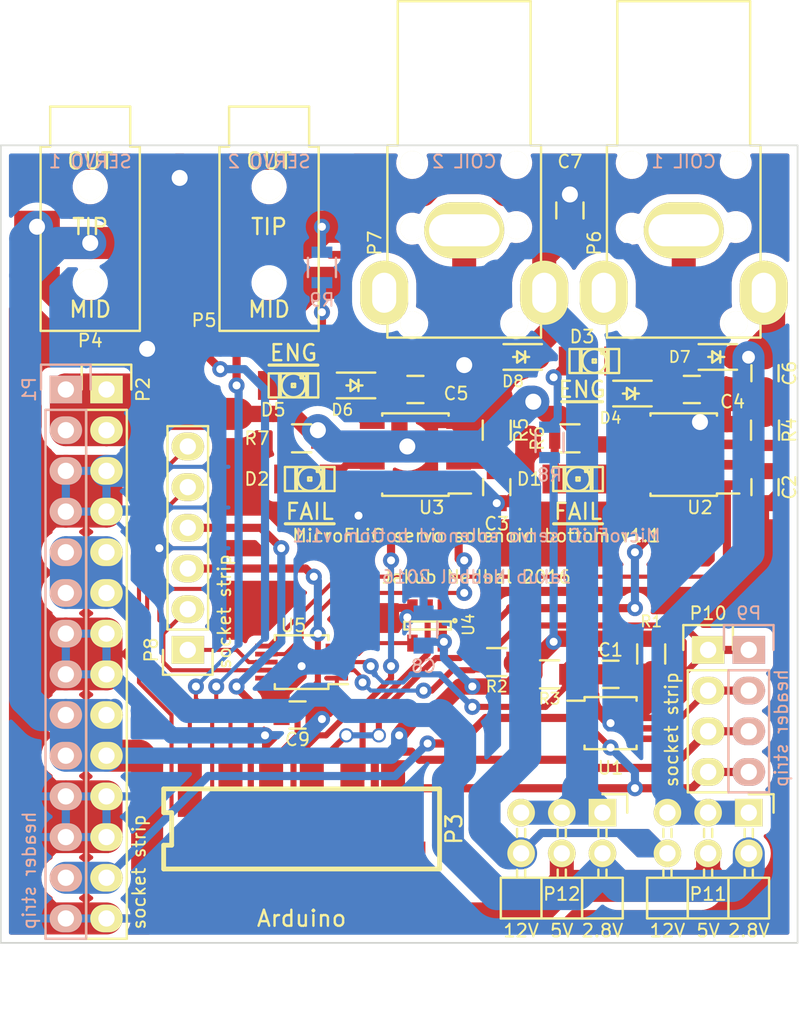
<source format=kicad_pcb>
(kicad_pcb (version 20221018) (generator pcbnew)
  (layers (0 "F.Cu" signal) (31 "B.Cu" signal) (34 "B.Paste" user) (35 "F.Paste" user) (36 "B.SilkS" user "B.Silkscreen") (37 "F.SilkS" user "F.Silkscreen") (38 "B.Mask" user) (39 "F.Mask" user) (44 "Edge.Cuts" user))
  (net 0 "")
  (net 1 "+5VP")
  (net 2 "GND")
  (net 3 "+12V")
  (net 4 "/shutterPWM/SHA_PWR")
  (net 5 "/shutterPWM/SHB_PWR")
  (net 6 "/shutterPWM/SHA_O/C")
  (net 7 "/shutterPWM/SHB_O/C")
  (net 8 "+2V5")
  (net 9 "+3V3")
  (net 10 "/SERVO3")
  (net 11 "/SERVO4")
  (net 12 "/SERVO1")
  (net 13 "/SERVO2")
  (net 14 "/shutterPWM/SH1")
  (net 15 "/shutterPWM/SH2")
  (net 16 "/shutterPWM/SH_~{LDAC}")
  (net 17 "/I2C/SCL_3V3")
  (net 18 "/I2C/SDA_3V3")
  (net 19 "/shutterPWM/SH3_PWM")
  (net 20 "/shutterPWM/SH4_PWM")
  (net 21 "/I2C/SDA_5V")
  (net 22 "/I2C/SCL_5V")
  (net 23 "/shutterPWM/SH1_PWM")
  (net 24 "/shutterPWM/SH2_PWM")
  (net 25 "/shutterPWM/DA")
  (net 26 "/shutterPWM/DB")
  (net 27 "/shutterPWM/FA")
  (net 28 "/shutterPWM/FB")
  (net 29 "/shutterPWM/OA")
  (net 30 "/shutterPWM/OB")
  (net 31 "/SH3")
  (net 32 "/SH4")
  (net 33 "Net-(C1-Pad1)")
  (net 34 "/shutterPWM/FAIL_A")
  (net 35 "/shutterPWM/FAIL_B")
  (net 36 "/shutterPWM/EA1")
  (net 37 "/shutterPWM/EA2")
  (net 38 "/shutterPWM/EB1")
  (net 39 "/shutterPWM/EB2")
  (net 40 "Net-(U4-Pad4)")
  (footprint "LEDs:LED-1206" (layer "F.Cu") (at 136.144 120.904 180)
    (fp_text reference "D1")
    (fp_text value "LED RED" hide)
  )
  (footprint "LEDs:LED-1206" (layer "F.Cu") (at 119.38 120.904 180)
    (fp_text reference "D2")
    (fp_text value "LED RED" hide)
  )
  (footprint "LEDs:LED-1206" (layer "F.Cu") (at 137.16 113.538 180)
    (fp_text reference "D3")
    (fp_text value "LED YELLOW" hide)
  )
  (footprint "jakub:1-188275-2" (layer "F.Cu") (at 118.872 142.748)
    (fp_text reference "P3")
    (fp_text value "12-way Micro-MaTch" hide)
  )
  (footprint "jakub:MJ4435-R" (layer "F.Cu") (at 105.664 105.156 -90)
    (fp_text reference "P4")
    (fp_text value "3.5mm jack" hide)
  )
  (footprint "jakub:MJ4435-R" (layer "F.Cu") (at 116.84 105.156 -90)
    (fp_text reference "P5")
    (fp_text value "3.5mm jack" hide)
  )
  (footprint "jakub:PSG01544" (layer "F.Cu") (at 142.748 100.076 -90)
    (fp_text reference "P6")
    (fp_text value "RCA jack" hide)
  )
  (footprint "jakub:PSG01544" (layer "F.Cu") (at 129.032 100.076 -90)
    (fp_text reference "P7")
    (fp_text value "RCA jack" hide)
  )
  (footprint "Pin_Headers:Pin_Header_Angled_2x03" (layer "F.Cu") (at 146.812 141.732 -90)
    (fp_text reference "P11")
    (fp_text value "2x3 header strip R/A" hide)
  )
  (footprint "Pin_Headers:Pin_Header_Angled_2x03" (layer "F.Cu") (at 137.668 141.732 -90)
    (fp_text reference "P12")
    (fp_text value "2x3 header strip R/A" hide)
  )
  (footprint "Housings_SSOP:TSSOP-8_3x3mm_Pitch0.65mm" (layer "F.Cu") (at 138.176 136.144)
    (fp_text reference "U1")
    (fp_text value "PCA9306DP" hide)
  )
  (footprint "Housings_SOIC:SOIC-8_3.9x4.9mm_Pitch1.27mm" (layer "F.Cu") (at 142.748 119.38 180)
    (fp_text reference "U2")
    (fp_text value "DRV103" hide)
  )
  (footprint "Housings_SOIC:SOIC-8_3.9x4.9mm_Pitch1.27mm" (layer "F.Cu") (at 125.984 119.38 180)
    (fp_text reference "U3")
    (fp_text value "DRV103" hide)
  )
  (footprint "Capacitors_SMD:C_0805" (layer "F.Cu") (at 138.176 133.096 180)
    (fp_text reference "C1")
    (fp_text value "100p" hide)
  )
  (footprint "Capacitors_SMD:C_0805" (layer "F.Cu") (at 147.828 121.412 90)
    (fp_text reference "C2")
    (fp_text value "10n" hide)
  )
  (footprint "Capacitors_SMD:C_0805" (layer "F.Cu") (at 131.064 121.412 90)
    (fp_text reference "C3")
    (fp_text value "10n" hide)
  )
  (footprint "Capacitors_SMD:C_0805" (layer "F.Cu") (at 143.256 115.316 180)
    (fp_text reference "C4")
    (fp_text value "4u7/25V" hide)
  )
  (footprint "Capacitors_SMD:C_0805" (layer "F.Cu") (at 125.984 115.316 180)
    (fp_text reference "C5")
    (fp_text value "4u7/25V" hide)
  )
  (footprint "Capacitors_SMD:C_0805" (layer "F.Cu") (at 147.828 114.3 90)
    (fp_text reference "C6")
    (fp_text value "4u7/25V" hide)
  )
  (footprint "Capacitors_SMD:C_0805" (layer "F.Cu") (at 135.636 104.14 -90)
    (fp_text reference "C7")
    (fp_text value "4u7/25V" hide)
  )
  (footprint "Capacitors_SMD:C_0805" (layer "F.Cu") (at 118.618 135.636)
    (fp_text reference "C9")
    (fp_text value "100n" hide)
  )
  (footprint "Resistors_SMD:R_0805" (layer "F.Cu") (at 147.828 117.856 -90)
    (fp_text reference "R4")
    (fp_text value "270k" hide)
  )
  (footprint "Resistors_SMD:R_0805" (layer "F.Cu") (at 131.064 117.856 -90)
    (fp_text reference "R5")
    (fp_text value "270k" hide)
  )
  (footprint "Resistors_SMD:R_0805" (layer "F.Cu") (at 135.636 118.364)
    (fp_text reference "R6")
    (fp_text value "10k" hide)
  )
  (footprint "Resistors_SMD:R_0805" (layer "F.Cu") (at 118.872 118.364)
    (fp_text reference "R7")
    (fp_text value "10k" hide)
  )
  (footprint "LEDs:LED-1206" (layer "F.Cu") (at 118.364 115.062 180)
    (fp_text reference "D5")
    (fp_text value "LED YELLOW" hide)
  )
  (footprint "Housings_SSOP:MSOP-10_3x3mm_Pitch0.5mm" (layer "F.Cu") (at 118.872 132.334 180)
    (fp_text reference "U5")
    (fp_text value "MCP4728" hide)
  )
  (footprint "jakub:ESQ-114-33-G-S" (layer "F.Cu") (at 106.68 115.316)
    (fp_text reference "P2")
    (fp_text value "1x14 socket strip" hide)
  )
  (footprint "jakub:ESQ-106-33-G-S" (layer "F.Cu") (at 111.76 131.572 90)
    (fp_text reference "P8")
    (fp_text value "1x6 socket strip" hide)
  )
  (footprint "jakub:ESQ-104-33-G-S" (layer "F.Cu") (at 144.272 131.572 -90)
    (fp_text reference "P10")
    (fp_text value "1x4 socket strip" hide)
  )
  (footprint "Resistors_SMD:R_0805" (layer "F.Cu") (at 140.716 131.826 -90)
    (fp_text reference "R1")
    (fp_text value "270k")
  )
  (footprint "Resistors_SMD:R_0805" (layer "F.Cu") (at 131.064 132.334 180)
    (fp_text reference "R2")
    (fp_text value "1k5")
  )
  (footprint "Resistors_SMD:R_0805" (layer "F.Cu") (at 134.366 133.096)
    (fp_text reference "R3")
    (fp_text value "1k5")
  )
  (footprint "TO_SOT_Packages_SMD:SOT-23-5" (layer "F.Cu") (at 126.746 130.048 -90)
    (fp_text reference "U4")
    (fp_text value "74HCT1G125")
  )
  (footprint "jakub:SOD-323" (layer "F.Cu") (at 139.446 115.57 180)
    (fp_text reference "D4")
    (fp_text value "1N4148")
  )
  (footprint "jakub:SOD-323" (layer "F.Cu") (at 122.174 115.062 180)
    (fp_text reference "D6")
    (fp_text value "1N4148")
  )
  (footprint "jakub:SOD-323" (layer "F.Cu") (at 144.78 113.284 180)
    (fp_text reference "D7")
    (fp_text value "1N4148")
  )
  (footprint "jakub:SOD-323" (layer "F.Cu") (at 132.588 113.284 180)
    (fp_text reference "D8")
    (fp_text value "1N4148")
  )
  (footprint "Pin_Headers:Pin_Header_Straight_1x04" (layer "B.Cu") (at 146.812 131.572 180)
    (fp_text reference "P9")
    (fp_text value "1x4 header strip" hide)
  )
  (footprint "Resistors_SMD:R_0805" (layer "B.Cu") (at 134.366 118.618 -90)
    (fp_text reference "R8")
    (fp_text value "3k" hide)
  )
  (footprint "Resistors_SMD:R_0805" (layer "B.Cu") (at 120.142 107.696 90)
    (fp_text reference "R9")
    (fp_text value "3k" hide)
  )
  (footprint "Pin_Headers:Pin_Header_Straight_1x14" (layer "B.Cu") (at 104.14 115.316 180)
    (fp_text reference "P1")
    (fp_text value "1x14 header strip" hide)
  )
  (footprint "Capacitors_SMD:C_0805" (layer "B.Cu") (at 126.492 130.302 -90)
    (fp_text reference "C8")
    (fp_text value "100n")
  )
  (gr_line (start 134.62 123.698) (end 137.668 123.698) (stroke (width 0.2)) (layer "F.SilkS"))
  (gr_line (start 117.856 123.698) (end 120.904 123.698) (stroke (width 0.2)) (layer "F.SilkS"))
  (gr_line (start 116.84 113.792) (end 119.888 113.792) (stroke (width 0.2)) (layer "F.SilkS"))
  (gr_line (start 135.128 116.078) (end 137.668 116.078) (stroke (width 0.2)) (layer "F.SilkS"))
  (gr_line (start 100.076 149.86) (end 149.86 149.86) (stroke (width 0.1)) (layer "Edge.Cuts"))
  (gr_line (start 149.86 100.076) (end 149.86 149.86) (stroke (width 0.1)) (layer "Edge.Cuts"))
  (gr_line (start 100.076 100.076) (end 100.076 149.86) (stroke (width 0.1)) (layer "Edge.Cuts"))
  (gr_line (start 100.076 100.076) (end 149.86 100.076) (stroke (width 0.1)) (layer "Edge.Cuts"))
  (gr_text "COIL 2" (at 129.032 101.092) (layer "B.SilkS") (effects (font (size 0.8 0.8) (thickness 0.12)) (justify mirror)))
  (gr_text "SERVO 1" (at 105.664 101.092) (layer "B.SilkS") (effects (font (size 0.8 0.8) (thickness 0.12)) (justify mirror)))
  (gr_text "MicroFLiC servo solenoid bottom v1.1\n\nJakub Nedbal 2016" (at 129.794 125.73) (layer "B.SilkS") (effects (font (size 0.8 0.8) (thickness 0.12)) (justify mirror)))
  (gr_text "SERVO 2" (at 116.84 101.092) (layer "B.SilkS") (effects (font (size 0.8 0.8) (thickness 0.12)) (justify mirror)))
  (gr_text "header strip" (at 148.844 140.208 90) (layer "B.SilkS") (effects (font (size 0.8 0.8) (thickness 0.12)) (justify right mirror)))
  (gr_text "header strip" (at 101.854 149.098 90) (layer "B.SilkS") (effects (font (size 0.8 0.8) (thickness 0.12)) (justify right mirror)))
  (gr_text "COIL 1" (at 142.748 101.092) (layer "B.SilkS") (effects (font (size 0.8 0.8) (thickness 0.12)) (justify mirror)))
  (gr_text "5V" (at 135.128 149.098) (layer "F.SilkS") (effects (font (size 0.8 0.8) (thickness 0.12))))
  (gr_text "socket strip" (at 108.712 149.098 90) (layer "F.SilkS") (effects (font (size 0.8 0.8) (thickness 0.12)) (justify left)))
  (gr_text "12V" (at 141.732 149.098) (layer "F.SilkS") (effects (font (size 0.8 0.8) (thickness 0.12))))
  (gr_text "Arduino" (at 118.872 148.336) (layer "F.SilkS") (effects (font (size 1 1))))
  (gr_text "MicroFLiC servo solenoid bottom v1.1\n\nJakub Nedbal 2016" (at 129.794 125.73) (layer "F.SilkS") (effects (font (size 0.8 0.8) (thickness 0.12))))
  (gr_text "2.8V" (at 137.668 149.098) (layer "F.SilkS") (effects (font (size 0.8 0.8) (thickness 0.12))))
  (gr_text "ENG" (at 118.364 113.03) (layer "F.SilkS") (effects (font (size 1 1))))
  (gr_text "2.8V" (at 146.812 149.098) (layer "F.SilkS") (effects (font (size 0.8 0.8) (thickness 0.12))))
  (gr_text "FAIL" (at 119.38 122.936) (layer "F.SilkS") (effects (font (size 1 1))))
  (gr_text "socket strip" (at 141.986 140.208 90) (layer "F.SilkS") (effects (font (size 0.8 0.8) (thickness 0.12)) (justify left)))
  (gr_text "socket strip" (at 114.046 132.842 90) (layer "F.SilkS") (effects (font (size 0.8 0.8) (thickness 0.12)) (justify left)))
  (gr_text "5V" (at 144.272 149.098) (layer "F.SilkS") (effects (font (size 0.8 0.8) (thickness 0.12))))
  (gr_text "FAIL" (at 136.144 122.936) (layer "F.SilkS") (effects (font (size 1 1))))
  (gr_text "12V" (at 132.588 149.098) (layer "F.SilkS") (effects (font (size 0.8 0.8) (thickness 0.12))))
  (gr_text "ENG" (at 136.398 115.316) (layer "F.SilkS") (effects (font (size 1 1))))
  (segment (start 119.872 135.144) (end 119.872 135.636) (width 0.254) (layer "F.Cu") (net 1))
  (segment (start 108.712 138.176) (end 109.22 138.684) (width 2) (layer "F.Cu") (net 1))
  (segment (start 109.22 138.684) (end 109.22 146.812) (width 2) (layer "F.Cu") (net 1))
  (segment (start 109.22 146.812) (end 110.744 148.336) (width 2) (layer "F.Cu") (net 1))
  (segment (start 110.744 148.336) (end 133.096 148.336) (width 2) (layer "F.Cu") (net 1))
  (segment (start 133.096 148.336) (end 135.128 146.304) (width 2) (layer "F.Cu") (net 1))
  (segment (start 135.128 146.304) (end 135.128 144.272) (width 1.5) (layer "F.Cu") (net 1))
  (segment (start 143.764 146.304) (end 144.272 145.796) (width 2) (layer "F.Cu") (net 1))
  (segment (start 144.272 145.796) (end 144.272 144.272) (width 1.5) (layer "F.Cu") (net 1))
  (segment (start 128.778 133.858) (end 128.733954 133.8903) (width 1.016) (layer "F.Cu") (net 1))
  (segment (start 125.984 135.636) (end 126.988254 135.636) (width 1.016) (layer "F.Cu") (net 1))
  (segment (start 119.149 106.172) (end 114.531 106.172) (width 2) (layer "F.Cu") (net 1))
  (segment (start 114.531 106.172) (end 113.515 105.156) (width 2) (layer "F.Cu") (net 1))
  (segment (start 107.973 106.172) (end 105.664 106.172) (width 2) (layer "F.Cu") (net 1))
  (segment (start 103.355 106.172) (end 102.339 105.156) (width 2) (layer "F.Cu") (net 1))
  (segment (start 105.664 106.172) (end 103.355 106.172) (width 2) (layer "F.Cu") (net 1))
  (segment (start 119.872 134.636) (end 120.142 134.366) (width 0.254) (layer "F.Cu") (net 1))
  (segment (start 120.412 133.334) (end 121.072 133.334) (width 0.254) (layer "F.Cu") (net 1))
  (segment (start 120.65 135.636) (end 121.072 135.214) (width 0.254) (layer "F.Cu") (net 1))
  (segment (start 121.072 135.214) (end 121.072 134.366) (width 0.254) (layer "F.Cu") (net 1))
  (segment (start 121.072 134.366) (end 121.072 133.334) (width 0.254) (layer "F.Cu") (net 1))
  (segment (start 119.888 135.636) (end 121.031 134.493) (width 0.508) (layer "F.Cu") (net 1))
  (segment (start 121.072 134.452) (end 121.072 134.366) (width 0.508) (layer "F.Cu") (net 1))
  (segment (start 121.072 134.366) (end 120.142 134.366) (width 0.254) (layer "F.Cu") (net 1))
  (segment (start 121.031 134.493) (end 121.072 134.452) (width 0.508) (layer "F.Cu") (net 1))
  (segment (start 121.031 135.001) (end 120.142 135.89) (width 0.508) (layer "F.Cu") (net 1))
  (segment (start 120.142 135.89) (end 119.872 135.636) (width 0.508) (layer "F.Cu") (net 1))
  (segment (start 134.808 130.876) (end 133.416 132.268) (width 1.016) (layer "F.Cu") (net 1))
  (segment (start 133.416 132.268) (end 133.416 132.334) (width 1.016) (layer "F.Cu") (net 1))
  (segment (start 133.416 132.334) (end 133.416 133.096) (width 1.016) (layer "F.Cu") (net 1))
  (segment (start 131.892 133.858) (end 133.416 132.334) (width 1.016) (layer "F.Cu") (net 1))
  (segment (start 132.654 133.096) (end 132.014 132.456) (width 1.016) (layer "F.Cu") (net 1))
  (segment (start 132.014 132.456) (end 132.014 132.334) (width 1.016) (layer "F.Cu") (net 1))
  (segment (start 129.54 133.858) (end 131.892 133.858) (width 1.016) (layer "F.Cu") (net 1))
  (segment (start 127.696 131.13) (end 127.762 131.064) (width 0.508) (layer "F.Cu") (net 1))
  (segment (start 127.696 131.13) (end 127.696 131.148) (width 0.508) (layer "F.Cu") (net 1))
  (segment (start 120.142 105.156) (end 120.165 105.156) (width 0.508) (layer "F.Cu") (net 1))
  (segment (start 134.62 131.064) (end 134.808 130.876) (width 0.508) (layer "F.Cu") (net 1))
  (segment (start 119.872 135.636) (end 120.142 135.89) (width 0.254) (layer "F.Cu") (net 1))
  (segment (start 106.68 138.176) (end 108.712 138.176) (width 2) (layer "F.Cu") (net 1))
  (segment (start 119.872 135.636) (end 119.888 135.636) (width 1.016) (layer "F.Cu") (net 1))
  (segment (start 120.165 105.156) (end 119.149 106.172) (width 2) (layer "F.Cu") (net 1))
  (segment (start 121.072 134.366) (end 121.072 134.366) (width 0.254) (layer "F.Cu") (net 1))
  (segment (start 113.515 105.156) (end 108.989 105.156) (width 2) (layer "F.Cu") (net 1))
  (segment (start 119.872 135.636) (end 119.872 134.636) (width 0.254) (layer "F.Cu") (net 1))
  (segment (start 127.696 128.948) (end 127.696 131.148) (width 0.508) (layer "F.Cu") (net 1))
  (segment (start 121.031 134.493) (end 121.031 135.001) (width 0.508) (layer "F.Cu") (net 1))
  (segment (start 108.989 105.156) (end 107.973 106.172) (width 2) (layer "F.Cu") (net 1))
  (segment (start 140.716 130.876) (end 134.808 130.876) (width 1.016) (layer "F.Cu") (net 1))
  (segment (start 121.072 133.334) (end 120.412 133.334) (width 0.254) (layer "F.Cu") (net 1))
  (segment (start 132.014 132.334) (end 133.416 132.334) (width 1.016) (layer "F.Cu") (net 1))
  (segment (start 114.531 106.172) (end 107.973 106.172) (width 2) (layer "F.Cu") (net 1))
  (segment (start 121.072 133.334) (end 120.904 133.334) (width 0.254) (layer "F.Cu") (net 1))
  (segment (start 128.733954 133.8903) (end 126.988254 135.636) (width 1.016) (layer "F.Cu") (net 1))
  (segment (start 124.968 136.906) (end 125.984 135.636) (width 1.016) (layer "F.Cu") (net 1))
  (segment (start 119.872 135.636) (end 120.65 135.636) (width 0.254) (layer "F.Cu") (net 1))
  (segment (start 133.416 133.096) (end 132.654 133.096) (width 1.016) (layer "F.Cu") (net 1))
  (segment (start 135.128 146.304) (end 143.764 146.304) (width 2) (layer "F.Cu") (net 1))
  (segment (start 128.778 133.858) (end 129.54 133.858) (width 1.016) (layer "F.Cu") (net 1))
  (via (at 127.762 131.064) (size 1) (drill 0.5) (layers "F.Cu" "B.Cu") (net 1))
  (via (at 120.142 105.156) (size 1) (drill 0.5) (layers "F.Cu" "B.Cu") (net 1))
  (via (at 124.968 136.906) (size 1) (drill 0.5) (layers "F.Cu" "B.Cu") (net 1))
  (via (at 129.54 133.858) (size 1) (drill 0.5) (layers "F.Cu" "B.Cu") (net 1))
  (via (at 120.142 135.89) (size 1) (drill 0.5) (layers "F.Cu" "B.Cu") (net 1))
  (via (at 102.339 105.156) (size 2) (drill 1) (layers "F.Cu" "B.Cu") (net 1))
  (via (at 105.664 106.172) (size 2) (drill 1) (layers "F.Cu" "B.Cu") (net 1))
  (via (at 134.62 131.064) (size 1) (drill 0.5) (layers "F.Cu" "B.Cu") (net 1))
  (segment (start 102.339 105.156) (end 101.6 105.895) (width 2) (layer "B.Cu") (net 1))
  (segment (start 101.6 105.895) (end 101.6 108.204) (width 2) (layer "B.Cu") (net 1))
  (segment (start 101.6 134.62) (end 102.616 135.636) (width 2) (layer "B.Cu") (net 1))
  (segment (start 102.616 135.636) (end 104.14 135.636) (width 2) (layer "B.Cu") (net 1))
  (segment (start 101.6 108.204) (end 101.6 134.62) (width 2) (layer "B.Cu") (net 1))
  (segment (start 103.632 106.172) (end 105.664 106.172) (width 2) (layer "B.Cu") (net 1))
  (segment (start 124.968 137.668) (end 124.46 138.176) (width 1.016) (layer "B.Cu") (net 1))
  (segment (start 124.46 138.176) (end 117.856 138.176) (width 1.016) (layer "B.Cu") (net 1))
  (segment (start 126.73 131.064) (end 127.762 131.064) (width 0.508) (layer "B.Cu") (net 1))
  (segment (start 134.62 119.822) (end 134.62 131.064) (width 0.508) (layer "B.Cu") (net 1))
  (segment (start 127.762 132.08) (end 129.54 133.858) (width 0.508) (layer "B.Cu") (net 1))
  (segment (start 134.366 119.568) (end 134.62 119.822) (width 0.508) (layer "B.Cu") (net 1))
  (segment (start 106.68 135.636) (end 106.68 138.176) (width 2) (layer "B.Cu") (net 1))
  (segment (start 101.6 108.204) (end 103.632 106.172) (width 2) (layer "B.Cu") (net 1))
  (segment (start 104.14 135.636) (end 106.68 138.176) (width 2) (layer "B.Cu") (net 1))
  (segment (start 106.68 135.636) (end 107.188 135.128) (width 1.016) (layer "B.Cu") (net 1))
  (segment (start 126.492 131.302) (end 126.73 131.064) (width 0.508) (layer "B.Cu") (net 1))
  (segment (start 124.968 136.906) (end 124.968 137.668) (width 1.016) (layer "B.Cu") (net 1))
  (segment (start 104.14 135.636) (end 106.68 135.636) (width 2) (layer "B.Cu") (net 1))
  (segment (start 104.14 138.176) (end 106.68 138.176) (width 2) (layer "B.Cu") (net 1))
  (segment (start 117.856 138.176) (end 106.68 138.176) (width 1.016) (layer "B.Cu") (net 1))
  (segment (start 104.14 135.636) (end 104.14 138.176) (width 2) (layer "B.Cu") (net 1))
  (segment (start 127.762 131.064) (end 127.762 132.08) (width 0.508) (layer "B.Cu") (net 1))
  (segment (start 117.856 138.176) (end 120.142 135.89) (width 1.016) (layer "B.Cu") (net 1))
  (segment (start 120.142 106.746) (end 120.142 105.156) (width 0.508) (layer "B.Cu") (net 1))
  (segment (start 126.984 115.775) (end 128.684 117.475) (width 1.016) (layer "F.Cu") (net 2))
  (segment (start 143.748 115.775) (end 143.748 115.316) (width 1.016) (layer "F.Cu") (net 2))
  (segment (start 147.259 117.475) (end 145.448 117.475) (width 1.016) (layer "F.Cu") (net 2))
  (segment (start 130.495 117.475) (end 128.684 117.475) (width 1.016) (layer "F.Cu") (net 2))
  (segment (start 136.103 135.169) (end 137.176 134.096) (width 0.381) (layer "F.Cu") (net 2))
  (segment (start 137.176 134.096) (end 137.176 133.096) (width 0.381) (layer "F.Cu") (net 2))
  (segment (start 117.872 135.144) (end 117.872 135.636) (width 0.254) (layer "F.Cu") (net 2))
  (segment (start 129.032 113.792) (end 127.508 115.316) (width 2) (layer "F.Cu") (net 2))
  (segment (start 127.508 115.316) (end 127.762 115.316) (width 2) (layer "F.Cu") (net 2))
  (segment (start 131.064 115.824) (end 129.032 113.792) (width 2) (layer "F.Cu") (net 2))
  (segment (start 129.606 116.906) (end 127.762 115.062) (width 2) (layer "F.Cu") (net 2))
  (segment (start 127.762 115.062) (end 127.762 115.316) (width 2) (layer "F.Cu") (net 2))
  (segment (start 127.762 115.316) (end 126.984 115.316) (width 2) (layer "F.Cu") (net 2))
  (segment (start 103.203 101.092) (end 104.648 101.092) (width 1.016) (layer "F.Cu") (net 2))
  (segment (start 108.125 101.092) (end 108.989 101.956) (width 1.016) (layer "F.Cu") (net 2))
  (segment (start 114.379 101.092) (end 115.824 101.092) (width 1.016) (layer "F.Cu") (net 2))
  (segment (start 119.301 101.092) (end 120.165 101.956) (width 1.016) (layer "F.Cu") (net 2))
  (segment (start 107.544 101.956) (end 106.68 101.092) (width 1.016) (layer "F.Cu") (net 2))
  (segment (start 106.68 101.092) (end 108.125 101.092) (width 1.016) (layer "F.Cu") (net 2))
  (segment (start 103.784 101.956) (end 104.648 101.092) (width 1.016) (layer "F.Cu") (net 2))
  (segment (start 104.648 101.092) (end 106.68 101.092) (width 1.016) (layer "F.Cu") (net 2))
  (segment (start 111.252 102.108) (end 111.252 101.956) (width 2) (layer "F.Cu") (net 2))
  (segment (start 111.252 101.956) (end 111.252 102.108) (width 2) (layer "F.Cu") (net 2))
  (segment (start 111.252 102.108) (end 111.252 101.956) (width 2) (layer "F.Cu") (net 2))
  (segment (start 111.252 101.956) (end 113.515 101.956) (width 2) (layer "F.Cu") (net 2))
  (segment (start 114.96 101.956) (end 115.824 101.092) (width 1.016) (layer "F.Cu") (net 2))
  (segment (start 115.824 101.092) (end 117.856 101.092) (width 1.016) (layer "F.Cu") (net 2))
  (segment (start 118.72 101.956) (end 117.856 101.092) (width 1.016) (layer "F.Cu") (net 2))
  (segment (start 117.856 101.092) (end 119.301 101.092) (width 1.016) (layer "F.Cu") (net 2))
  (segment (start 103.124 148.336) (end 101.6 146.812) (width 2) (layer "F.Cu") (net 2))
  (segment (start 101.6 146.812) (end 101.6 144.78) (width 2) (layer "F.Cu") (net 2))
  (segment (start 101.6 144.78) (end 103.124 143.256) (width 2) (layer "F.Cu") (net 2))
  (segment (start 103.124 143.256) (end 104.14 143.256) (width 2) (layer "F.Cu") (net 2))
  (segment (start 103.124 140.716) (end 101.6 139.192) (width 2) (layer "F.Cu") (net 2))
  (segment (start 101.6 139.192) (end 101.6 134.62) (width 2) (layer "F.Cu") (net 2))
  (segment (start 101.6 134.62) (end 103.124 133.096) (width 2) (layer "F.Cu") (net 2))
  (segment (start 103.124 133.096) (end 104.14 133.096) (width 2) (layer "F.Cu") (net 2))
  (segment (start 103.124 130.556) (end 101.6 129.032) (width 2) (layer "F.Cu") (net 2))
  (segment (start 101.6 129.032) (end 101.6 124.46) (width 2) (layer "F.Cu") (net 2))
  (segment (start 101.6 124.46) (end 103.124 122.936) (width 2) (layer "F.Cu") (net 2))
  (segment (start 103.124 122.936) (end 104.14 122.936) (width 2) (layer "F.Cu") (net 2))
  (segment (start 103.124 120.396) (end 101.6 118.872) (width 2) (layer "F.Cu") (net 2))
  (segment (start 101.6 118.872) (end 101.6 113.792) (width 2) (layer "F.Cu") (net 2))
  (segment (start 101.6 113.792) (end 102.616 112.776) (width 2) (layer "F.Cu") (net 2))
  (segment (start 102.616 112.776) (end 109.22 112.776) (width 2) (layer "F.Cu") (net 2))
  (segment (start 101.6 121.412) (end 101.6 124.46) (width 2) (layer "F.Cu") (net 2))
  (segment (start 102.616 121.412) (end 104.14 122.936) (width 2) (layer "F.Cu") (net 2))
  (segment (start 101.6 130.048) (end 101.6 134.62) (width 2) (layer "F.Cu") (net 2))
  (segment (start 101.6 130.556) (end 104.14 133.096) (width 2) (layer "F.Cu") (net 2))
  (segment (start 103.632 143.256) (end 101.6 141.224) (width 2) (layer "F.Cu") (net 2))
  (segment (start 101.6 141.224) (end 101.6 144.78) (width 2) (layer "F.Cu") (net 2))
  (segment (start 131.588 122.412) (end 133.096 120.904) (width 0.508) (layer "F.Cu") (net 2))
  (segment (start 133.096 120.904) (end 133.096 118.938) (width 0.508) (layer "F.Cu") (net 2))
  (segment (start 133.096 118.938) (end 131.064 116.906) (width 0.508) (layer "F.Cu") (net 2))
  (segment (start 123.292 101.956) (end 124.46 103.124) (width 1.5) (layer "F.Cu") (net 2))
  (segment (start 124.46 103.124) (end 126.492 103.124) (width 1.5) (layer "F.Cu") (net 2))
  (segment (start 126.492 103.124) (end 127.508 102.108) (width 1.5) (layer "F.Cu") (net 2))
  (segment (start 127.508 102.108) (end 130.556 102.108) (width 1.5) (layer "F.Cu") (net 2))
  (segment (start 130.556 102.108) (end 131.572 103.124) (width 1.5) (layer "F.Cu") (net 2))
  (segment (start 131.572 103.124) (end 135.62 103.124) (width 1.5) (layer "F.Cu") (net 2))
  (segment (start 135.62 103.124) (end 135.636 103.14) (width 1.5) (layer "F.Cu") (net 2))
  (segment (start 143.764 117.348) (end 143.891 117.475) (width 1.016) (layer "F.Cu") (net 2))
  (segment (start 143.891 117.475) (end 145.448 117.475) (width 1.016) (layer "F.Cu") (net 2))
  (segment (start 143.764 115.332) (end 143.748 115.316) (width 1.016) (layer "F.Cu") (net 2))
  (segment (start 143.764 115.332) (end 143.748 115.316) (width 1.016) (layer "F.Cu") (net 2))
  (segment (start 143.748 117.332) (end 143.764 117.348) (width 1.016) (layer "F.Cu") (net 2))
  (segment (start 143.748 117.332) (end 143.764 117.348) (width 1.016) (layer "F.Cu") (net 2))
  (segment (start 137.176 135.144) (end 138.176 136.144) (width 0.381) (layer "F.Cu") (net 2))
  (segment (start 148.844 121.396) (end 148.844 117.922) (width 0.381) (layer "F.Cu") (net 2))
  (segment (start 148.844 117.922) (end 147.828 116.906) (width 0.381) (layer "F.Cu") (net 2))
  (segment (start 116.602 136.906) (end 116.586 136.906) (width 1.016) (layer "F.Cu") (net 2))
  (segment (start 118.872 132.588) (end 117.872 133.588) (width 0.508) (layer "F.Cu") (net 2))
  (segment (start 117.586 134.096) (end 117.872 133.81) (width 0.254) (layer "F.Cu") (net 2))
  (segment (start 117.872 133.81) (end 117.872 133.842) (width 0.254) (layer "F.Cu") (net 2))
  (segment (start 117.872 133.842) (end 117.856 133.858) (width 0.254) (layer "F.Cu") (net 2))
  (segment (start 117.856 133.858) (end 117.872 133.858) (width 0.254) (layer "F.Cu") (net 2))
  (segment (start 117.872 133.858) (end 117.872 134.112) (width 0.508) (layer "F.Cu") (net 2))
  (segment (start 116.672 134.436) (end 116.848 134.612) (width 0.254) (layer "F.Cu") (net 2))
  (segment (start 116.672 134.366) (end 116.672 134.436) (width 0.254) (layer "F.Cu") (net 2))
  (segment (start 117.872 134.366) (end 117.856 134.366) (width 0.254) (layer "F.Cu") (net 2))
  (segment (start 117.856 134.366) (end 117.872 134.366) (width 0.254) (layer "F.Cu") (net 2))
  (segment (start 117.872 134.366) (end 117.872 134.62) (width 0.508) (layer "F.Cu") (net 2))
  (segment (start 117.872 134.112) (end 117.872 134.366) (width 0.508) (layer "F.Cu") (net 2))
  (segment (start 117.602 134.112) (end 117.348 134.366) (width 0.254) (layer "F.Cu") (net 2))
  (segment (start 117.348 134.366) (end 117.872 134.366) (width 0.254) (layer "F.Cu") (net 2))
  (segment (start 116.848 134.612) (end 117.102 134.866) (width 0.254) (layer "F.Cu") (net 2))
  (segment (start 117.872 134.612) (end 117.864 134.62) (width 0.254) (layer "F.Cu") (net 2))
  (segment (start 117.864 134.62) (end 117.856 134.62) (width 0.254) (layer "F.Cu") (net 2))
  (segment (start 117.856 134.62) (end 117.872 134.62) (width 0.254) (layer "F.Cu") (net 2))
  (segment (start 117.872 134.62) (end 117.872 134.874) (width 0.508) (layer "F.Cu") (net 2))
  (segment (start 117.102 134.866) (end 117.356 135.12) (width 0.254) (layer "F.Cu") (net 2))
  (segment (start 117.872 134.866) (end 117.864 134.874) (width 0.254) (layer "F.Cu") (net 2))
  (segment (start 117.864 134.874) (end 117.856 134.874) (width 0.254) (layer "F.Cu") (net 2))
  (segment (start 117.856 134.874) (end 117.872 134.874) (width 0.254) (layer "F.Cu") (net 2))
  (segment (start 117.872 134.874) (end 117.872 135.636) (width 0.508) (layer "F.Cu") (net 2))
  (segment (start 117.356 135.12) (end 117.872 135.636) (width 0.254) (layer "F.Cu") (net 2))
  (segment (start 117.364 135.12) (end 117.618 134.866) (width 0.254) (layer "F.Cu") (net 2))
  (segment (start 117.618 134.866) (end 117.872 134.866) (width 0.254) (layer "F.Cu") (net 2))
  (segment (start 109.982 125.222) (end 114.3 125.222) (width 0.254) (layer "F.Cu") (net 2))
  (segment (start 109.982 127.254) (end 110.49 127.762) (width 0.254) (layer "F.Cu") (net 2))
  (segment (start 110.49 127.762) (end 114.3 127.762) (width 0.254) (layer "F.Cu") (net 2))
  (segment (start 125.476 129.268) (end 125.476 129.54) (width 0.508) (layer "F.Cu") (net 2))
  (segment (start 104.14 120.396) (end 103.124 120.396) (width 2) (layer "F.Cu") (net 2))
  (segment (start 104.14 140.716) (end 106.68 143.256) (width 2) (layer "F.Cu") (net 2))
  (segment (start 117.872 133.588) (end 117.872 133.858) (width 0.508) (layer "F.Cu") (net 2))
  (segment (start 131.064 116.906) (end 131.064 115.824) (width 2) (layer "F.Cu") (net 2))
  (segment (start 108.989 101.956) (end 107.544 101.956) (width 1.016) (layer "F.Cu") (net 2))
  (segment (start 101.6 139.192) (end 101.6 141.224) (width 2) (layer "F.Cu") (net 2))
  (segment (start 104.14 140.716) (end 104.14 143.256) (width 2) (layer "F.Cu") (net 2))
  (segment (start 120.165 101.956) (end 118.72 101.956) (width 1.016) (layer "F.Cu") (net 2))
  (segment (start 109.982 125.222) (end 109.982 127.254) (width 0.254) (layer "F.Cu") (net 2))
  (segment (start 104.14 130.556) (end 104.14 133.096) (width 2) (layer "F.Cu") (net 2))
  (segment (start 116.672 133.334) (end 116.672 134.366) (width 0.254) (layer "F.Cu") (net 2))
  (segment (start 117.872 134.112) (end 117.602 134.112) (width 0.254) (layer "F.Cu") (net 2))
  (segment (start 101.6 121.412) (end 102.616 121.412) (width 2) (layer "F.Cu") (net 2))
  (segment (start 147.828 116.906) (end 147.259 117.475) (width 1.016) (layer "F.Cu") (net 2))
  (segment (start 137.176 134.096) (end 137.176 135.144) (width 0.381) (layer "F.Cu") (net 2))
  (segment (start 106.68 143.256) (end 106.68 140.716) (width 2) (layer "F.Cu") (net 2))
  (segment (start 126.984 115.316) (end 126.984 115.775) (width 1.016) (layer "F.Cu") (net 2))
  (segment (start 131.064 116.906) (end 129.606 116.906) (width 2) (layer "F.Cu") (net 2))
  (segment (start 106.68 148.336) (end 104.14 148.336) (width 2) (layer "F.Cu") (net 2))
  (segment (start 104.14 122.936) (end 106.68 122.936) (width 2) (layer "F.Cu") (net 2))
  (segment (start 143.748 115.316) (end 143.748 117.332) (width 1.016) (layer "F.Cu") (net 2))
  (segment (start 116.672 133.334) (end 116.84 133.334) (width 0.254) (layer "F.Cu") (net 2))
  (segment (start 104.14 130.556) (end 106.68 133.096) (width 2) (layer "F.Cu") (net 2))
  (segment (start 117.356 135.12) (end 117.364 135.12) (width 0.254) (layer "F.Cu") (net 2))
  (segment (start 147.828 116.906) (end 147.828 115.3) (width 1.5) (layer "F.Cu") (net 2))
  (segment (start 106.68 140.716) (end 104.14 140.716) (width 2) (layer "F.Cu") (net 2))
  (segment (start 147.828 122.412) (end 148.844 121.396) (width 0.381) (layer "F.Cu") (net 2))
  (segment (start 145.448 117.475) (end 143.748 115.775) (width 1.016) (layer "F.Cu") (net 2))
  (segment (start 106.68 130.556) (end 104.14 130.556) (width 2) (layer "F.Cu") (net 2))
  (segment (start 131.588 122.412) (end 131.064 122.412) (width 0.508) (layer "F.Cu") (net 2))
  (segment (start 101.6 129.032) (end 101.6 130.048) (width 2) (layer "F.Cu") (net 2))
  (segment (start 104.14 120.396) (end 106.68 122.936) (width 2) (layer "F.Cu") (net 2))
  (segment (start 106.68 120.396) (end 104.14 120.396) (width 2) (layer "F.Cu") (net 2))
  (segment (start 106.68 133.096) (end 106.68 130.556) (width 2) (layer "F.Cu") (net 2))
  (segment (start 104.14 143.256) (end 103.632 143.256) (width 2) (layer "F.Cu") (net 2))
  (segment (start 116.848 134.612) (end 117.872 134.612) (width 0.254) (layer "F.Cu") (net 2))
  (segment (start 131.064 116.906) (end 130.495 117.475) (width 1.016) (layer "F.Cu") (net 2))
  (segment (start 102.339 101.956) (end 103.203 101.092) (width 1.016) (layer "F.Cu") (net 2))
  (segment (start 143.764 117.348) (end 143.764 115.332) (width 1.016) (layer "F.Cu") (net 2))
  (segment (start 102.339 101.956) (end 103.784 101.956) (width 1.016) (layer "F.Cu") (net 2))
  (segment (start 101.6 118.872) (end 101.6 121.412) (width 2) (layer "F.Cu") (net 2))
  (segment (start 117.102 134.866) (end 117.618 134.866) (width 0.254) (layer "F.Cu") (net 2))
  (segment (start 104.14 140.716) (end 103.124 140.716) (width 2) (layer "F.Cu") (net 2))
  (segment (start 106.68 122.936) (end 106.68 120.396) (width 2) (layer "F.Cu") (net 2))
  (segment (start 116.672 134.366) (end 117.348 134.366) (width 0.254) (layer "F.Cu") (net 2))
  (segment (start 113.515 101.956) (end 114.379 101.092) (width 1.016) (layer "F.Cu") (net 2))
  (segment (start 104.14 133.096) (end 106.68 133.096) (width 2) (layer "F.Cu") (net 2))
  (segment (start 113.515 101.956) (end 114.96 101.956) (width 1.016) (layer "F.Cu") (net 2))
  (segment (start 104.14 143.256) (end 106.68 143.256) (width 2) (layer "F.Cu") (net 2))
  (segment (start 116.672 133.334) (end 117.586 134.096) (width 0.254) (layer "F.Cu") (net 2))
  (segment (start 104.14 130.556) (end 103.124 130.556) (width 2) (layer "F.Cu") (net 2))
  (segment (start 108.989 101.956) (end 111.252 101.956) (width 2) (layer "F.Cu") (net 2))
  (segment (start 101.6 130.048) (end 101.6 130.556) (width 2) (layer "F.Cu") (net 2))
  (segment (start 120.165 101.956) (end 123.292 101.956) (width 1.5) (layer "F.Cu") (net 2))
  (segment (start 104.14 120.396) (end 104.14 122.936) (width 2) (layer "F.Cu") (net 2))
  (segment (start 125.796 128.948) (end 125.476 129.268) (width 0.508) (layer "F.Cu") (net 2))
  (segment (start 104.14 148.336) (end 103.124 148.336) (width 2) (layer "F.Cu") (net 2))
  (via (at 131.064 122.412) (size 1) (drill 0.5) (layers "F.Cu" "B.Cu") (net 2))
  (via (at 122.428 123.19) (size 1) (drill 0.5) (layers "F.Cu" "B.Cu") (net 2))
  (via (at 125.476 129.54) (size 1) (drill 0.5) (layers "F.Cu" "B.Cu") (net 2))
  (via (at 118.872 132.588) (size 1) (drill 0.5) (layers "F.Cu" "B.Cu") (net 2))
  (via (at 138.176 136.144) (size 1) (drill 0.5) (layers "F.Cu" "B.Cu") (net 2))
  (via (at 109.982 125.222) (size 1) (drill 0.5) (layers "F.Cu" "B.Cu") (net 2))
  (via (at 116.586 136.906) (size 1) (drill 0.5) (layers "F.Cu" "B.Cu") (net 2))
  (via (at 129.032 113.792) (size 2) (drill 1) (layers "F.Cu" "B.Cu") (net 2))
  (via (at 143.764 117.348) (size 2) (drill 1) (layers "F.Cu" "B.Cu") (net 2))
  (via (at 109.22 112.776) (size 2) (drill 1) (layers "F.Cu" "B.Cu") (net 2))
  (via (at 135.636 103.14) (size 2) (drill 1) (layers "F.Cu" "B.Cu") (net 2))
  (via (at 111.252 102.108) (size 2) (drill 1) (layers "F.Cu" "B.Cu") (net 2))
  (segment (start 106.68 120.396) (end 107.696 120.396) (width 2) (layer "B.Cu") (net 2))
  (segment (start 107.696 120.396) (end 109.22 118.872) (width 2) (layer "B.Cu") (net 2))
  (segment (start 109.22 118.872) (end 109.22 112.776) (width 2) (layer "B.Cu") (net 2))
  (segment (start 122.428 113.792) (end 129.032 113.792) (width 2) (layer "B.Cu") (net 2))
  (segment (start 129.032 110.236) (end 131.064 108.204) (width 2) (layer "B.Cu") (net 2))
  (segment (start 132.588 106.68) (end 133.096 106.68) (width 1.016) (layer "B.Cu") (net 2))
  (segment (start 133.096 106.68) (end 133.604 106.172) (width 1.016) (layer "B.Cu") (net 2))
  (segment (start 133.604 106.172) (end 135.89 106.172) (width 1.016) (layer "B.Cu") (net 2))
  (segment (start 138.176 106.172) (end 138.684 106.68) (width 1.016) (layer "B.Cu") (net 2))
  (segment (start 138.684 106.68) (end 139.192 106.68) (width 1.016) (layer "B.Cu") (net 2))
  (segment (start 139.192 106.68) (end 143.764 111.252) (width 1.016) (layer "B.Cu") (net 2))
  (segment (start 143.764 111.252) (end 143.764 117.348) (width 1.016) (layer "B.Cu") (net 2))
  (segment (start 135.89 106.172) (end 138.176 106.172) (width 1.016) (layer "B.Cu") (net 2))
  (segment (start 135.636 103.14) (end 135.652 103.124) (width 2) (layer "B.Cu") (net 2))
  (segment (start 135.652 103.124) (end 135.89 103.124) (width 2) (layer "B.Cu") (net 2))
  (segment (start 138.176 136.144) (end 138.176 122.936) (width 1.016) (layer "B.Cu") (net 2))
  (segment (start 138.176 122.936) (end 143.764 117.348) (width 1.016) (layer "B.Cu") (net 2))
  (segment (start 131.064 122.412) (end 131.064 122.428) (width 1.016) (layer "B.Cu") (net 2))
  (segment (start 116.586 136.906) (end 110.744 136.906) (width 1.016) (layer "B.Cu") (net 2))
  (segment (start 106.934 133.096) (end 106.68 133.096) (width 1.016) (layer "B.Cu") (net 2))
  (segment (start 106.934 120.142) (end 114.3 120.142) (width 0.254) (layer "B.Cu") (net 2))
  (segment (start 106.934 122.682) (end 114.3 122.682) (width 0.254) (layer "B.Cu") (net 2))
  (segment (start 108.966 125.222) (end 109.982 125.222) (width 0.254) (layer "B.Cu") (net 2))
  (segment (start 125.476 129.54) (end 126.254 129.54) (width 0.508) (layer "B.Cu") (net 2))
  (segment (start 126.254 129.54) (end 127.778 129.54) (width 0.508) (layer "B.Cu") (net 2))
  (segment (start 127.778 129.54) (end 128.016 129.302) (width 0.508) (layer "B.Cu") (net 2))
  (segment (start 109.728 112.268) (end 113.792 112.268) (width 2) (layer "B.Cu") (net 2))
  (segment (start 120.904 112.268) (end 122.428 113.792) (width 2) (layer "B.Cu") (net 2))
  (segment (start 113.792 112.268) (end 120.904 112.268) (width 2) (layer "B.Cu") (net 2))
  (segment (start 111.252 110.744) (end 111.252 109.728) (width 2) (layer "B.Cu") (net 2))
  (segment (start 123.206 122.412) (end 122.428 123.19) (width 0.508) (layer "B.Cu") (net 2))
  (segment (start 109.982 125.222) (end 114.3 125.222) (width 0.254) (layer "B.Cu") (net 2))
  (segment (start 131.064 128.016) (end 129.778 129.302) (width 0.508) (layer "B.Cu") (net 2))
  (segment (start 129.778 129.302) (end 128.016 129.302) (width 0.508) (layer "B.Cu") (net 2))
  (segment (start 131.064 122.412) (end 131.064 128.016) (width 0.508) (layer "B.Cu") (net 2))
  (segment (start 129.032 113.792) (end 129.032 110.236) (width 2) (layer "B.Cu") (net 2))
  (segment (start 109.22 112.776) (end 111.252 110.744) (width 2) (layer "B.Cu") (net 2))
  (segment (start 131.064 108.204) (end 132.588 106.68) (width 1.016) (layer "B.Cu") (net 2))
  (segment (start 135.89 103.124) (end 135.89 106.172) (width 2) (layer "B.Cu") (net 2))
  (segment (start 131.064 122.412) (end 123.206 122.412) (width 0.508) (layer "B.Cu") (net 2))
  (segment (start 111.252 102.108) (end 111.252 109.728) (width 2) (layer "B.Cu") (net 2))
  (segment (start 106.68 120.396) (end 106.934 120.142) (width 0.254) (layer "B.Cu") (net 2))
  (segment (start 106.68 122.936) (end 106.934 122.682) (width 0.254) (layer "B.Cu") (net 2))
  (segment (start 111.252 109.728) (end 113.792 112.268) (width 2) (layer "B.Cu") (net 2))
  (segment (start 106.934 133.096) (end 110.744 136.906) (width 1.016) (layer "B.Cu") (net 2))
  (segment (start 106.68 122.936) (end 108.966 125.222) (width 0.254) (layer "B.Cu") (net 2))
  (segment (start 109.22 112.776) (end 109.728 112.268) (width 2) (layer "B.Cu") (net 2))
  (segment (start 120.203 118.745) (end 119.822 118.364) (width 1.016) (layer "F.Cu") (net 3))
  (segment (start 124.587 118.745) (end 124.984 118.348) (width 1.016) (layer "F.Cu") (net 3))
  (segment (start 124.984 118.348) (end 124.984 115.316) (width 1.016) (layer "F.Cu") (net 3))
  (segment (start 136.967 118.745) (end 136.586 118.364) (width 1.016) (layer "F.Cu") (net 3))
  (segment (start 141.748 118.348) (end 141.351 118.745) (width 1.016) (layer "F.Cu") (net 3))
  (segment (start 141.351 118.745) (end 140.048 118.745) (width 1.016) (layer "F.Cu") (net 3))
  (segment (start 140.462 143.002) (end 139.954 143.002) (width 0.508) (layer "F.Cu") (net 3))
  (segment (start 133.858 143.002) (end 132.588 144.272) (width 0.508) (layer "F.Cu") (net 3))
  (segment (start 140.462 143.764) (end 139.954 144.272) (width 0.508) (layer "F.Cu") (net 3))
  (segment (start 138.684 143.002) (end 139.192 143.002) (width 0.508) (layer "F.Cu") (net 3))
  (segment (start 138.938 143.002) (end 133.858 143.002) (width 0.508) (layer "F.Cu") (net 3))
  (segment (start 139.192 143.002) (end 138.938 143.002) (width 0.508) (layer "F.Cu") (net 3))
  (segment (start 140.208 144.018) (end 140.97 144.018) (width 0.508) (layer "F.Cu") (net 3))
  (segment (start 140.97 144.018) (end 141.732 144.272) (width 0.508) (layer "F.Cu") (net 3))
  (segment (start 139.954 143.002) (end 138.938 143.002) (width 0.508) (layer "F.Cu") (net 3))
  (segment (start 139.7 143.002) (end 140.716 144.018) (width 0.508) (layer "F.Cu") (net 3))
  (segment (start 140.716 144.018) (end 140.716 143.764) (width 0.508) (layer "F.Cu") (net 3))
  (segment (start 140.716 143.764) (end 141.224 144.272) (width 0.508) (layer "F.Cu") (net 3))
  (segment (start 135.062 116.84) (end 134.112 116.84) (width 1.016) (layer "F.Cu") (net 3))
  (segment (start 134.112 116.84) (end 133.35 116.078) (width 1.016) (layer "F.Cu") (net 3))
  (segment (start 118.298 116.84) (end 117.094 116.84) (width 1.016) (layer "F.Cu") (net 3))
  (segment (start 125.476 118.872) (end 124.984 118.38) (width 1.016) (layer "F.Cu") (net 3))
  (segment (start 124.984 118.348) (end 124.984 118.38) (width 1.016) (layer "F.Cu") (net 3))
  (segment (start 125.349 118.745) (end 125.476 118.872) (width 1.016) (layer "F.Cu") (net 3))
  (segment (start 114.874 116.84) (end 113.284 116.84) (width 2) (layer "F.Cu") (net 3))
  (segment (start 113.284 116.84) (end 111.76 115.316) (width 2) (layer "F.Cu") (net 3))
  (segment (start 111.76 115.316) (end 108.712 115.316) (width 2) (layer "F.Cu") (net 3))
  (segment (start 109.22 117.856) (end 110.236 116.84) (width 2) (layer "F.Cu") (net 3))
  (segment (start 110.236 116.84) (end 113.284 116.84) (width 2) (layer "F.Cu") (net 3))
  (segment (start 106.68 117.856) (end 106.68 117.856) (width 2) (layer "F.Cu") (net 3))
  (segment (start 109.22 115.316) (end 108.712 115.824) (width 2) (layer "F.Cu") (net 3))
  (segment (start 108.712 115.824) (end 108.712 115.316) (width 2) (layer "F.Cu") (net 3))
  (segment (start 108.712 115.316) (end 104.14 115.316) (width 2) (layer "F.Cu") (net 3))
  (segment (start 119.888 117.856) (end 119.822 117.922) (width 1.016) (layer "F.Cu") (net 3))
  (segment (start 119.822 117.922) (end 119.822 118.364) (width 1.016) (layer "F.Cu") (net 3))
  (segment (start 142.256 115.808) (end 141.748 116.316) (width 1.016) (layer "F.Cu") (net 3))
  (segment (start 141.748 116.316) (end 141.748 118.348) (width 1.016) (layer "F.Cu") (net 3))
  (segment (start 117.094 116.84) (end 114.874 116.84) (width 1.016) (layer "F.Cu") (net 3))
  (segment (start 123.284 118.745) (end 120.203 118.745) (width 1.016) (layer "F.Cu") (net 3))
  (segment (start 139.192 143.002) (end 140.208 144.018) (width 0.508) (layer "F.Cu") (net 3))
  (segment (start 123.284 118.745) (end 124.587 118.745) (width 1.016) (layer "F.Cu") (net 3))
  (segment (start 140.048 118.745) (end 136.967 118.745) (width 1.016) (layer "F.Cu") (net 3))
  (segment (start 141.732 144.272) (end 139.954 144.272) (width 0.508) (layer "F.Cu") (net 3))
  (segment (start 104.14 117.856) (end 106.68 117.856) (width 2) (layer "F.Cu") (net 3))
  (segment (start 141.732 144.272) (end 140.462 143.002) (width 0.508) (layer "F.Cu") (net 3))
  (segment (start 142.256 115.316) (end 142.256 115.808) (width 1.016) (layer "F.Cu") (net 3))
  (segment (start 106.68 117.856) (end 106.68 115.316) (width 2) (layer "F.Cu") (net 3))
  (segment (start 139.954 144.272) (end 138.684 143.002) (width 0.508) (layer "F.Cu") (net 3))
  (segment (start 140.462 143.002) (end 140.462 143.764) (width 0.508) (layer "F.Cu") (net 3))
  (segment (start 135.062 116.84) (end 136.586 118.364) (width 1.016) (layer "F.Cu") (net 3))
  (segment (start 119.822 118.364) (end 118.298 116.84) (width 1.016) (layer "F.Cu") (net 3))
  (segment (start 124.587 118.745) (end 125.349 118.745) (width 1.016) (layer "F.Cu") (net 3))
  (segment (start 106.68 117.856) (end 109.22 115.316) (width 2) (layer "F.Cu") (net 3))
  (segment (start 104.14 117.856) (end 104.14 115.316) (width 2) (layer "F.Cu") (net 3))
  (segment (start 104.14 115.316) (end 106.68 117.856) (width 2) (layer "F.Cu") (net 3))
  (segment (start 106.68 117.856) (end 109.22 117.856) (width 2) (layer "F.Cu") (net 3))
  (via (at 125.476 118.872) (size 2) (drill 1) (layers "F.Cu" "B.Cu") (net 3))
  (via (at 133.35 116.078) (size 2) (drill 1) (layers "F.Cu" "B.Cu") (net 3))
  (via (at 119.888 117.856) (size 2) (drill 1) (layers "F.Cu" "B.Cu") (net 3))
  (segment (start 133.858 143.002) (end 138.684 143.002) (width 0.508) (layer "B.Cu") (net 3))
  (segment (start 140.462 143.002) (end 140.97 143.51) (width 0.508) (layer "B.Cu") (net 3))
  (segment (start 140.208 144.272) (end 140.462 144.018) (width 0.508) (layer "B.Cu") (net 3))
  (segment (start 140.97 143.51) (end 141.732 144.272) (width 0.508) (layer "B.Cu") (net 3))
  (segment (start 140.462 144.272) (end 139.446 143.256) (width 0.508) (layer "B.Cu") (net 3))
  (segment (start 139.192 143.002) (end 139.954 143.002) (width 0.508) (layer "B.Cu") (net 3))
  (segment (start 140.716 143.764) (end 140.462 143.764) (width 0.508) (layer "B.Cu") (net 3))
  (segment (start 140.462 143.764) (end 140.462 144.018) (width 0.508) (layer "B.Cu") (net 3))
  (segment (start 140.462 144.018) (end 140.97 143.51) (width 0.508) (layer "B.Cu") (net 3))
  (segment (start 141.224 144.272) (end 140.716 143.764) (width 0.508) (layer "B.Cu") (net 3))
  (segment (start 139.446 143.256) (end 139.192 143.002) (width 0.508) (layer "B.Cu") (net 3))
  (segment (start 139.954 143.256) (end 140.462 143.764) (width 0.508) (layer "B.Cu") (net 3))
  (segment (start 125.476 118.872) (end 130.302 118.872) (width 2) (layer "B.Cu") (net 3))
  (segment (start 120.904 118.872) (end 119.888 117.856) (width 2) (layer "B.Cu") (net 3))
  (segment (start 130.302 142.748) (end 131.826 144.272) (width 2) (layer "B.Cu") (net 3))
  (segment (start 130.302 142.748) (end 130.302 140.716) (width 2) (layer "B.Cu") (net 3))
  (segment (start 132.842 121.412) (end 132.842 138.176) (width 2) (layer "B.Cu") (net 3))
  (segment (start 132.842 138.176) (end 130.302 140.716) (width 2) (layer "B.Cu") (net 3))
  (segment (start 133.096 116.078) (end 130.302 118.872) (width 2) (layer "B.Cu") (net 3))
  (segment (start 132.588 144.272) (end 131.826 144.272) (width 2) (layer "B.Cu") (net 3))
  (segment (start 140.462 143.002) (end 139.954 143.002) (width 0.508) (layer "B.Cu") (net 3))
  (segment (start 130.302 118.872) (end 132.842 121.412) (width 2) (layer "B.Cu") (net 3))
  (segment (start 133.858 143.002) (end 132.588 144.272) (width 0.508) (layer "B.Cu") (net 3))
  (segment (start 139.446 143.256) (end 139.954 143.256) (width 0.508) (layer "B.Cu") (net 3))
  (segment (start 139.954 143.002) (end 140.716 143.764) (width 0.508) (layer "B.Cu") (net 3))
  (segment (start 138.684 143.002) (end 139.192 143.002) (width 0.508) (layer "B.Cu") (net 3))
  (segment (start 133.35 116.078) (end 133.096 116.078) (width 2) (layer "B.Cu") (net 3))
  (segment (start 140.462 144.272) (end 139.954 144.272) (width 0.508) (layer "B.Cu") (net 3))
  (segment (start 125.476 118.872) (end 120.904 118.872) (width 2) (layer "B.Cu") (net 3))
  (segment (start 139.954 144.272) (end 138.684 143.002) (width 0.508) (layer "B.Cu") (net 3))
  (segment (start 141.732 144.272) (end 140.462 144.272) (width 0.508) (layer "B.Cu") (net 3))
  (segment (start 141.732 144.272) (end 141.224 144.272) (width 0.508) (layer "B.Cu") (net 3))
  (segment (start 139.954 144.272) (end 140.208 144.272) (width 0.508) (layer "B.Cu") (net 3))
  (segment (start 147.828 112.268) (end 148.336 111.76) (width 1.5) (layer "F.Cu") (net 4))
  (segment (start 148.336 111.76) (end 148.336 109.864) (width 1.5) (layer "F.Cu") (net 4))
  (segment (start 148.336 109.864) (end 147.748 109.276) (width 1.5) (layer "F.Cu") (net 4))
  (segment (start 145.851 113.3) (end 146.812 113.3) (width 1.5) (layer "F.Cu") (net 4))
  (segment (start 146.796 113.3) (end 146.812 113.284) (width 1.5) (layer "F.Cu") (net 4))
  (segment (start 146.812 113.284) (end 146.812 113.3) (width 1.5) (layer "F.Cu") (net 4))
  (segment (start 146.812 113.3) (end 147.828 113.3) (width 1.5) (layer "F.Cu") (net 4))
  (segment (start 147.828 112.268) (end 146.796 113.3) (width 1.5) (layer "F.Cu") (net 4))
  (segment (start 145.835 113.284) (end 145.851 113.3) (width 1.5) (layer "F.Cu") (net 4))
  (segment (start 147.828 113.3) (end 147.828 112.268) (width 1.5) (layer "F.Cu") (net 4))
  (via (at 146.796 113.3) (size 1.5) (drill 0.8) (layers "F.Cu" "B.Cu") (net 4))
  (segment (start 144.272 141.732) (end 146.812 141.732) (width 1.5) (layer "B.Cu") (net 4))
  (segment (start 143.256 141.732) (end 144.272 141.732) (width 1.5) (layer "B.Cu") (net 4))
  (segment (start 141.732 130.556) (end 141.732 140.208) (width 2) (layer "B.Cu") (net 4))
  (segment (start 146.796 125.492) (end 146.796 113.3) (width 2) (layer "B.Cu") (net 4))
  (segment (start 141.732 141.732) (end 141.732 140.208) (width 1.5) (layer "B.Cu") (net 4))
  (segment (start 141.732 130.556) (end 146.796 125.492) (width 2) (layer "B.Cu") (net 4))
  (segment (start 143.256 141.732) (end 141.732 140.208) (width 1.5) (layer "B.Cu") (net 4))
  (segment (start 141.732 141.732) (end 143.256 141.732) (width 1.5) (layer "B.Cu") (net 4))
  (segment (start 134.032 106.994) (end 135.636 105.39) (width 1.5) (layer "F.Cu") (net 5))
  (segment (start 134.62 111.506) (end 134.62 109.864) (width 1.5) (layer "F.Cu") (net 5))
  (segment (start 133.643 112.483) (end 133.643 113.284) (width 1.5) (layer "F.Cu") (net 5))
  (segment (start 134.032 109.276) (end 134.032 106.994) (width 1.5) (layer "F.Cu") (net 5))
  (segment (start 134.62 111.506) (end 133.643 112.483) (width 1.5) (layer "F.Cu") (net 5))
  (segment (start 134.62 110.744) (end 134.032 109.276) (width 2) (layer "B.Cu") (net 5))
  (segment (start 136.144 140.716) (end 136.144 140.208) (width 2) (layer "B.Cu") (net 5))
  (segment (start 134.032 110.156) (end 136.398 112.522) (width 2) (layer "B.Cu") (net 5))
  (segment (start 136.398 112.522) (end 136.398 140.350998) (width 2) (layer "B.Cu") (net 5))
  (segment (start 136.398 140.350998) (end 137.668 141.620998) (width 1.5) (layer "B.Cu") (net 5))
  (segment (start 137.668 141.620998) (end 137.668 141.732) (width 1.5) (layer "B.Cu") (net 5))
  (segment (start 137.668 141.732) (end 136.144 140.208) (width 1.5) (layer "B.Cu") (net 5))
  (segment (start 137.668 141.732) (end 135.128 141.732) (width 1.5) (layer "B.Cu") (net 5))
  (segment (start 135.128 141.732) (end 136.144 140.716) (width 1.5) (layer "B.Cu") (net 5))
  (segment (start 132.588 141.732) (end 135.128 141.732) (width 1.5) (layer "B.Cu") (net 5))
  (segment (start 134.032 109.276) (end 134.032 110.156) (width 2) (layer "B.Cu") (net 5))
  (segment (start 142.748 105.376) (end 142.748 110.744) (width 1.5) (layer "F.Cu") (net 6))
  (segment (start 142.748 112.307) (end 142.748 110.744) (width 1.5) (layer "F.Cu") (net 6))
  (segment (start 140.048 115.222) (end 140.716 114.554) (width 1.5) (layer "F.Cu") (net 6))
  (segment (start 140.716 114.554) (end 140.716 114.339) (width 1.5) (layer "F.Cu") (net 6))
  (segment (start 140.716 114.339) (end 142.748 112.307) (width 1.5) (layer "F.Cu") (net 6))
  (segment (start 139.96 117.387) (end 140.048 117.475) (width 0.508) (layer "F.Cu") (net 6))
  (segment (start 140.462 115.57) (end 140.048 115.984) (width 0.508) (layer "F.Cu") (net 6))
  (segment (start 140.048 115.984) (end 140.048 115.222) (width 1.5) (layer "F.Cu") (net 6))
  (segment (start 143.725 113.284) (end 142.748 112.307) (width 1.5) (layer "F.Cu") (net 6))
  (segment (start 140.048 116.934) (end 140.048 115.984) (width 1.5) (layer "F.Cu") (net 6))
  (segment (start 140.048 117.475) (end 140.048 116.934) (width 1.016) (layer "F.Cu") (net 6))
  (segment (start 140.501 115.57) (end 140.462 115.57) (width 0.508) (layer "F.Cu") (net 6))
  (segment (start 129.032 110.783) (end 129.032 105.376) (width 1.5) (layer "F.Cu") (net 7))
  (segment (start 122.83186 113.89614) (end 123.444 113.284) (width 1.5) (layer "F.Cu") (net 7))
  (segment (start 123.444 113.284) (end 126.531 113.284) (width 1.5) (layer "F.Cu") (net 7))
  (segment (start 126.531 113.284) (end 128.0355 111.7795) (width 1.5) (layer "F.Cu") (net 7))
  (segment (start 122.83186 117.02286) (end 122.83186 115.316) (width 1.016) (layer "F.Cu") (net 7))
  (segment (start 128.0355 111.7795) (end 129.032 110.783) (width 1.5) (layer "F.Cu") (net 7))
  (segment (start 130.0285 111.7795) (end 130.009 111.76) (width 1.5) (layer "F.Cu") (net 7))
  (segment (start 130.009 111.76) (end 129.54 111.76) (width 1.5) (layer "F.Cu") (net 7))
  (segment (start 129.54 111.76) (end 129.54 111.291) (width 1.5) (layer "F.Cu") (net 7))
  (segment (start 129.54 111.291) (end 129.032 110.783) (width 1.5) (layer "F.Cu") (net 7))
  (segment (start 123.19 115.062) (end 122.83186 114.70386) (width 0.508) (layer "F.Cu") (net 7))
  (segment (start 122.83186 114.70386) (end 122.83186 113.89614) (width 1.5) (layer "F.Cu") (net 7))
  (segment (start 128.0355 111.7795) (end 130.0285 111.7795) (width 1.5) (layer "F.Cu") (net 7))
  (segment (start 122.83186 115.316) (end 122.83186 114.70386) (width 1.5) (layer "F.Cu") (net 7))
  (segment (start 123.229 115.062) (end 123.19 115.062) (width 0.508) (layer "F.Cu") (net 7))
  (segment (start 122.936 117.127) (end 122.83186 117.02286) (width 1.016) (layer "F.Cu") (net 7))
  (segment (start 123.284 117.475) (end 122.936 117.127) (width 0.508) (layer "F.Cu") (net 7))
  (segment (start 131.533 113.284) (end 129.54 111.291) (width 1.5) (layer "F.Cu") (net 7))
  (segment (start 138.684 146.304) (end 145.796 146.304) (width 2) (layer "B.Cu") (net 8))
  (segment (start 145.796 146.304) (end 146.812 145.288) (width 2) (layer "B.Cu") (net 8))
  (segment (start 146.812 145.288) (end 146.812 144.272) (width 2) (layer "B.Cu") (net 8))
  (segment (start 136.144 146.812) (end 131.064 146.812) (width 2) (layer "B.Cu") (net 8))
  (segment (start 131.064 146.812) (end 128.016 143.764) (width 2) (layer "B.Cu") (net 8))
  (segment (start 128.016 143.764) (end 128.016 139.7) (width 2) (layer "B.Cu") (net 8))
  (segment (start 128.016 139.7) (end 128.778 138.938) (width 2) (layer "B.Cu") (net 8))
  (segment (start 128.778 136.906) (end 127.508 135.636) (width 2) (layer "B.Cu") (net 8))
  (segment (start 125.73 135.636) (end 125.476 135.382) (width 1.5) (layer "B.Cu") (net 8))
  (segment (start 119.38 134.366) (end 118.364 135.382) (width 1.5) (layer "B.Cu") (net 8))
  (segment (start 118.364 135.382) (end 111.76 135.382) (width 1.5) (layer "B.Cu") (net 8))
  (segment (start 111.76 135.382) (end 108.712 132.334) (width 1.5) (layer "B.Cu") (net 8))
  (segment (start 108.712 129.54) (end 107.188 128.016) (width 1.5) (layer "B.Cu") (net 8))
  (segment (start 104.14 128.016) (end 104.14 125.476) (width 2) (layer "B.Cu") (net 8))
  (segment (start 104.14 125.476) (end 106.68 125.476) (width 2) (layer "B.Cu") (net 8))
  (segment (start 106.68 125.476) (end 106.68 128.016) (width 2) (layer "B.Cu") (net 8))
  (segment (start 120.65 134.366) (end 119.38 134.366) (width 1.5) (layer "B.Cu") (net 8))
  (segment (start 121.666 135.382) (end 125.476 135.382) (width 1.5) (layer "B.Cu") (net 8))
  (segment (start 108.712 129.54) (end 108.712 132.334) (width 1.5) (layer "B.Cu") (net 8))
  (segment (start 106.68 128.016) (end 107.188 128.016) (width 1.5) (layer "B.Cu") (net 8))
  (segment (start 137.668 144.272) (end 137.668 145.288) (width 1.5) (layer "B.Cu") (net 8))
  (segment (start 127.508 135.636) (end 125.73 135.636) (width 1.5) (layer "B.Cu") (net 8))
  (segment (start 137.668 145.288) (end 136.144 146.812) (width 2) (layer "B.Cu") (net 8))
  (segment (start 120.65 134.366) (end 121.666 135.382) (width 1.5) (layer "B.Cu") (net 8))
  (segment (start 137.668 145.288) (end 138.684 146.304) (width 2) (layer "B.Cu") (net 8))
  (segment (start 128.778 138.938) (end 128.778 136.906) (width 2) (layer "B.Cu") (net 8))
  (segment (start 104.14 125.476) (end 106.68 128.016) (width 2) (layer "B.Cu") (net 8))
  (segment (start 106.68 128.016) (end 104.14 128.016) (width 2) (layer "B.Cu") (net 8))
  (segment (start 130.373 135.819) (end 128.778 137.414) (width 0.508) (layer "F.Cu") (net 9))
  (segment (start 128.778 137.414) (end 126.746 137.414) (width 0.508) (layer "F.Cu") (net 9))
  (segment (start 136.026 135.819) (end 130.373 135.819) (width 0.508) (layer "F.Cu") (net 9))
  (via (at 126.746 137.414) (size 1) (drill 0.5) (layers "F.Cu" "B.Cu") (net 9))
  (segment (start 106.68 145.796) (end 104.14 145.796) (width 2) (layer "B.Cu") (net 9))
  (segment (start 124.714 139.446) (end 113.03 139.446) (width 0.508) (layer "B.Cu") (net 9))
  (segment (start 113.03 139.446) (end 106.68 145.796) (width 0.508) (layer "B.Cu") (net 9))
  (segment (start 126.746 137.414) (end 124.714 139.446) (width 0.508) (layer "B.Cu") (net 9))
  (segment (start 109.22 123.952) (end 109.22 133.096) (width 0.254) (layer "F.Cu") (net 10))
  (segment (start 109.22 133.096) (end 111.887 135.763) (width 0.254) (layer "F.Cu") (net 10))
  (segment (start 111.76 121.412) (end 109.22 123.952) (width 0.254) (layer "F.Cu") (net 10))
  (segment (start 111.887 140.248) (end 111.887 135.763) (width 0.254) (layer "F.Cu") (net 10))
  (segment (start 110.744 142.835) (end 110.744 135.636) (width 0.254) (layer "F.Cu") (net 11))
  (segment (start 110.744 135.636) (end 108.712 133.604) (width 0.254) (layer "F.Cu") (net 11))
  (segment (start 108.712 121.92) (end 108.712 133.604) (width 0.254) (layer "F.Cu") (net 11))
  (segment (start 111.76 118.872) (end 108.712 121.92) (width 0.254) (layer "F.Cu") (net 11))
  (segment (start 113.157 145.248) (end 110.744 142.835) (width 0.254) (layer "F.Cu") (net 11))
  (segment (start 111.76 118.872) (end 111.826 118.806) (width 0.508) (layer "B.Cu") (net 11))
  (segment (start 114.427 136.017) (end 113.538 135.128) (width 0.254) (layer "F.Cu") (net 12))
  (segment (start 103.919 110.236) (end 107.409 110.236) (width 1.016) (layer "F.Cu") (net 12))
  (segment (start 107.409 110.236) (end 108.989 108.656) (width 1.016) (layer "F.Cu") (net 12))
  (segment (start 113.538 133.858) (end 113.538 134.112) (width 0.254) (layer "F.Cu") (net 12))
  (segment (start 113.538 134.112) (end 113.538 133.858) (width 0.254) (layer "F.Cu") (net 12))
  (segment (start 108.989 109.243) (end 113.792 114.046) (width 0.508) (layer "F.Cu") (net 12))
  (segment (start 113.538 135.128) (end 113.538 134.112) (width 0.254) (layer "F.Cu") (net 12))
  (segment (start 114.427 140.248) (end 114.427 136.017) (width 0.254) (layer "F.Cu") (net 12))
  (segment (start 102.339 108.656) (end 103.919 110.236) (width 1.016) (layer "F.Cu") (net 12))
  (segment (start 108.989 108.656) (end 108.989 109.243) (width 0.508) (layer "F.Cu") (net 12))
  (via (at 113.538 133.858) (size 1) (drill 0.5) (layers "F.Cu" "B.Cu") (net 12))
  (via (at 113.792 114.046) (size 1) (drill 0.5) (layers "F.Cu" "B.Cu") (net 12))
  (segment (start 113.538 133.858) (end 116.586 130.81) (width 0.254) (layer "B.Cu") (net 12))
  (segment (start 113.792 114.046) (end 115.316 114.046) (width 0.508) (layer "B.Cu") (net 12))
  (segment (start 115.316 114.046) (end 116.586 115.316) (width 0.508) (layer "B.Cu") (net 12))
  (segment (start 116.586 115.316) (end 116.586 130.81) (width 0.508) (layer "B.Cu") (net 12))
  (segment (start 115.697 144.653) (end 113.284 142.24) (width 0.254) (layer "F.Cu") (net 13))
  (segment (start 113.284 142.24) (end 113.284 135.636) (width 0.254) (layer "F.Cu") (net 13))
  (segment (start 113.284 135.636) (end 112.268 134.62) (width 0.254) (layer "F.Cu") (net 13))
  (segment (start 113.515 108.656) (end 115.095 110.236) (width 1.016) (layer "F.Cu") (net 13))
  (segment (start 118.585 110.236) (end 115.095 110.236) (width 1.016) (layer "F.Cu") (net 13))
  (segment (start 114.808 110.523) (end 115.095 110.236) (width 0.508) (layer "F.Cu") (net 13))
  (segment (start 112.268 134.62) (end 112.268 133.858) (width 0.254) (layer "F.Cu") (net 13))
  (segment (start 115.697 145.248) (end 115.697 144.653) (width 0.254) (layer "F.Cu") (net 13))
  (segment (start 114.808 115.062) (end 114.808 110.523) (width 0.508) (layer "F.Cu") (net 13))
  (segment (start 120.165 108.656) (end 118.585 110.236) (width 1.016) (layer "F.Cu") (net 13))
  (via (at 114.808 115.062) (size 1) (drill 0.5) (layers "F.Cu" "B.Cu") (net 13))
  (via (at 112.268 133.858) (size 1) (drill 0.5) (layers "F.Cu" "B.Cu") (net 13))
  (segment (start 112.268 133.858) (end 114.935 131.191) (width 0.254) (layer "B.Cu") (net 13))
  (segment (start 114.935 115.189) (end 114.808 115.062) (width 0.508) (layer "B.Cu") (net 13))
  (segment (start 114.935 131.191) (end 114.935 115.189) (width 0.508) (layer "B.Cu") (net 13))
  (segment (start 139.7 125.41) (end 141.224 123.886) (width 0.508) (layer "F.Cu") (net 14))
  (segment (start 141.224 123.886) (end 141.224 122.461) (width 0.508) (layer "F.Cu") (net 14))
  (segment (start 140.048 121.285) (end 141.224 122.461) (width 0.508) (layer "F.Cu") (net 14))
  (segment (start 139.7 125.476) (end 139.7 125.41) (width 0.508) (layer "F.Cu") (net 14))
  (segment (start 119.507 139.065) (end 121.666 136.906) (width 0.381) (layer "F.Cu") (net 14))
  (segment (start 123.698 135.636) (end 127.254 132.08) (width 0.381) (layer "F.Cu") (net 14))
  (segment (start 127.254 132.08) (end 128.778 132.08) (width 0.381) (layer "F.Cu") (net 14))
  (segment (start 128.778 132.08) (end 131.892 128.966) (width 0.381) (layer "F.Cu") (net 14))
  (segment (start 119.507 140.248) (end 119.507 139.065) (width 0.381) (layer "F.Cu") (net 14))
  (segment (start 139.7 128.966) (end 131.892 128.966) (width 0.508) (layer "F.Cu") (net 14))
  (segment (start 123.698 136.906) (end 123.698 135.636) (width 0.381) (layer "F.Cu") (net 14))
  (via (at 123.698 136.906) (size 0.889) (drill 0.635) (layers "F.Cu" "B.Cu") (net 14))
  (via (at 121.666 136.906) (size 0.889) (drill 0.635) (layers "F.Cu" "B.Cu") (net 14))
  (via (at 139.7 125.476) (size 1) (drill 0.5) (layers "F.Cu" "B.Cu") (net 14))
  (via (at 139.7 128.966) (size 1) (drill 0.5) (layers "F.Cu" "B.Cu") (net 14))
  (segment (start 139.7 128.966) (end 139.7 125.476) (width 0.508) (layer "B.Cu") (net 14))
  (segment (start 121.666 136.906) (end 123.698 136.906) (width 0.381) (layer "B.Cu") (net 14))
  (segment (start 120.777 144.653) (end 118.364 142.24) (width 0.381) (layer "F.Cu") (net 15))
  (segment (start 118.364 142.24) (end 118.364 138.43) (width 0.381) (layer "F.Cu") (net 15))
  (segment (start 124.46 122.461) (end 124.46 125.984) (width 0.508) (layer "F.Cu") (net 15))
  (segment (start 124.46 133.35) (end 124.46 132.588) (width 0.381) (layer "F.Cu") (net 15))
  (segment (start 119.888 136.906) (end 118.364 138.43) (width 0.381) (layer "F.Cu") (net 15))
  (segment (start 120.396 136.906) (end 119.888 136.906) (width 0.381) (layer "F.Cu") (net 15))
  (segment (start 121.412 135.89) (end 121.92 135.89) (width 0.381) (layer "F.Cu") (net 15))
  (segment (start 121.92 135.89) (end 124.46 133.35) (width 0.381) (layer "F.Cu") (net 15))
  (segment (start 123.284 121.285) (end 124.46 122.461) (width 0.508) (layer "F.Cu") (net 15))
  (segment (start 120.396 136.906) (end 121.412 135.89) (width 0.381) (layer "F.Cu") (net 15))
  (segment (start 123.284 121.285) (end 124.46 122.461) (width 0.508) (layer "F.Cu") (net 15))
  (segment (start 120.777 145.248) (end 120.777 144.145) (width 0.381) (layer "F.Cu") (net 15))
  (segment (start 120.777 145.248) (end 120.777 144.653) (width 0.381) (layer "F.Cu") (net 15))
  (via (at 124.46 125.984) (size 1) (drill 0.5) (layers "F.Cu" "B.Cu") (net 15))
  (via (at 124.46 132.588) (size 1) (drill 0.5) (layers "F.Cu" "B.Cu") (net 15))
  (segment (start 124.46 132.588) (end 124.46 125.984) (width 0.381) (layer "B.Cu") (net 15))
  (segment (start 122.682 139.573) (end 122.682 135.89) (width 0.381) (layer "F.Cu") (net 16))
  (segment (start 126.746 131.826) (end 126.746 128.948) (width 0.381) (layer "F.Cu") (net 16))
  (segment (start 122.047 140.208) (end 122.682 139.573) (width 0.381) (layer "F.Cu") (net 16))
  (segment (start 122.682 135.89) (end 126.746 131.826) (width 0.381) (layer "F.Cu") (net 16))
  (segment (start 144.272 139.192) (end 143.256 140.208) (width 0.508) (layer "F.Cu") (net 17))
  (segment (start 143.256 140.208) (end 139.7 140.208) (width 0.508) (layer "F.Cu") (net 17))
  (segment (start 139.7 140.208) (end 124.587 140.208) (width 0.508) (layer "F.Cu") (net 17))
  (segment (start 136.977 136.469) (end 136.026 136.469) (width 0.381) (layer "F.Cu") (net 17))
  (segment (start 146.812 139.192) (end 144.272 139.192) (width 0.508) (layer "F.Cu") (net 17))
  (segment (start 138.176 137.668) (end 136.977 136.469) (width 0.381) (layer "F.Cu") (net 17))
  (via (at 138.176 137.668) (size 1) (drill 0.5) (layers "F.Cu" "B.Cu") (net 17))
  (via (at 139.7 140.208) (size 1) (drill 0.5) (layers "F.Cu" "B.Cu") (net 17))
  (segment (start 139.7 140.208) (end 139.7 139.192) (width 0.508) (layer "B.Cu") (net 17))
  (segment (start 138.176 137.668) (end 139.7 139.192) (width 0.508) (layer "B.Cu") (net 17))
  (segment (start 141.986 138.938) (end 144.272 136.652) (width 0.508) (layer "F.Cu") (net 18))
  (segment (start 141.986 138.938) (end 136.906 138.938) (width 0.508) (layer "F.Cu") (net 18))
  (segment (start 136.026 138.04) (end 135.636 138.43) (width 0.381) (layer "F.Cu") (net 18))
  (segment (start 136.026 138.058) (end 136.271 138.303) (width 0.381) (layer "F.Cu") (net 18))
  (segment (start 136.906 138.938) (end 136.144 138.938) (width 0.508) (layer "F.Cu") (net 18))
  (segment (start 136.271 138.303) (end 136.906 138.938) (width 0.381) (layer "F.Cu") (net 18))
  (segment (start 136.271 138.938) (end 136.144 138.938) (width 0.381) (layer "F.Cu") (net 18))
  (segment (start 136.026 138.176) (end 136.026 138.058) (width 0.381) (layer "F.Cu") (net 18))
  (segment (start 124.46 142.748) (end 125.857 144.145) (width 0.508) (layer "F.Cu") (net 18))
  (segment (start 124.46 142.748) (end 123.952 142.748) (width 0.508) (layer "F.Cu") (net 18))
  (segment (start 123.952 142.748) (end 123.444 142.24) (width 0.508) (layer "F.Cu") (net 18))
  (segment (start 123.444 142.24) (end 123.444 138.176) (width 0.508) (layer "F.Cu") (net 18))
  (segment (start 123.444 138.176) (end 123.698 137.922) (width 0.508) (layer "F.Cu") (net 18))
  (segment (start 123.698 137.922) (end 125.73 137.922) (width 0.508) (layer "F.Cu") (net 18))
  (segment (start 125.73 137.922) (end 126.238 138.43) (width 0.508) (layer "F.Cu") (net 18))
  (segment (start 136.017 138.811) (end 136.144 138.938) (width 0.508) (layer "F.Cu") (net 18))
  (segment (start 136.017 138.049) (end 136.026 138.04) (width 0.381) (layer "F.Cu") (net 18))
  (segment (start 136.026 138.04) (end 136.026 138.176) (width 0.381) (layer "F.Cu") (net 18))
  (segment (start 146.812 136.652) (end 144.272 136.652) (width 0.508) (layer "F.Cu") (net 18))
  (segment (start 135.636 138.43) (end 126.238 138.43) (width 0.508) (layer "F.Cu") (net 18))
  (segment (start 136.026 137.119) (end 136.026 138.04) (width 0.381) (layer "F.Cu") (net 18))
  (segment (start 125.857 145.288) (end 125.857 144.145) (width 0.508) (layer "F.Cu") (net 18))
  (segment (start 135.636 138.43) (end 136.017 138.811) (width 0.508) (layer "F.Cu") (net 18))
  (segment (start 136.017 138.811) (end 136.017 138.049) (width 0.381) (layer "F.Cu") (net 18))
  (segment (start 136.271 138.303) (end 136.271 138.938) (width 0.381) (layer "F.Cu") (net 18))
  (segment (start 116.672 132.334) (end 115.57 132.334) (width 0.254) (layer "F.Cu") (net 19))
  (segment (start 111.76 131.572) (end 114.3 131.572) (width 0.254) (layer "F.Cu") (net 19))
  (segment (start 114.808 131.572) (end 114.3 131.572) (width 0.254) (layer "F.Cu") (net 19))
  (segment (start 115.57 132.334) (end 114.808 131.572) (width 0.254) (layer "F.Cu") (net 19))
  (segment (start 115.57 132.842) (end 115.031182 132.842) (width 0.254) (layer "F.Cu") (net 20))
  (segment (start 115.031182 132.842) (end 110.744 132.842) (width 0.254) (layer "F.Cu") (net 20))
  (segment (start 110.744 132.842) (end 110.236 132.334) (width 0.254) (layer "F.Cu") (net 20))
  (segment (start 110.236 132.334) (end 110.236 130.556) (width 0.254) (layer "F.Cu") (net 20))
  (segment (start 110.236 130.556) (end 111.76 129.032) (width 0.254) (layer "F.Cu") (net 20))
  (segment (start 116.672 132.834) (end 115.57 132.842) (width 0.254) (layer "F.Cu") (net 20))
  (segment (start 141.265 137.119) (end 144.272 134.112) (width 0.381) (layer "F.Cu") (net 21))
  (segment (start 139.659 137.119) (end 139.192 136.652) (width 0.381) (layer "F.Cu") (net 21))
  (segment (start 138.176 134.62) (end 138.176 132.334) (width 0.381) (layer "F.Cu") (net 21))
  (segment (start 139.192 135.636) (end 139.192 136.652) (width 0.381) (layer "F.Cu") (net 21))
  (segment (start 134.112 135.128) (end 135.316 133.924) (width 0.381) (layer "F.Cu") (net 21))
  (segment (start 135.316 133.924) (end 135.316 133.096) (width 0.381) (layer "F.Cu") (net 21))
  (segment (start 135.316 132.654) (end 136.144 131.826) (width 0.381) (layer "F.Cu") (net 21))
  (segment (start 136.144 131.826) (end 137.668 131.826) (width 0.381) (layer "F.Cu") (net 21))
  (segment (start 137.668 131.826) (end 138.176 132.334) (width 0.381) (layer "F.Cu") (net 21))
  (segment (start 122.936 132.334) (end 123.19 132.588) (width 0.254) (layer "F.Cu") (net 21))
  (segment (start 146.812 134.112) (end 144.272 134.112) (width 0.508) (layer "F.Cu") (net 21))
  (segment (start 140.326 137.119) (end 139.659 137.119) (width 0.381) (layer "F.Cu") (net 21))
  (segment (start 140.326 137.119) (end 141.265 137.119) (width 0.381) (layer "F.Cu") (net 21))
  (segment (start 121.072 132.334) (end 122.936 132.334) (width 0.254) (layer "F.Cu") (net 21))
  (segment (start 135.316 133.096) (end 135.316 132.654) (width 0.381) (layer "F.Cu") (net 21))
  (segment (start 138.176 134.62) (end 139.192 135.636) (width 0.381) (layer "F.Cu") (net 21))
  (segment (start 129.54 135.128) (end 134.112 135.128) (width 0.381) (layer "F.Cu") (net 21))
  (via (at 123.19 132.588) (size 1) (drill 0.5) (layers "F.Cu" "B.Cu") (net 21))
  (via (at 129.54 135.128) (size 1) (drill 0.5) (layers "F.Cu" "B.Cu") (net 21))
  (segment (start 129.54 135.128) (end 127.508 133.096) (width 0.381) (layer "B.Cu") (net 21))
  (segment (start 127.508 133.096) (end 125.73 133.096) (width 0.381) (layer "B.Cu") (net 21))
  (segment (start 123.444 133.096) (end 123.19 132.588) (width 0.381) (layer "B.Cu") (net 21))
  (segment (start 123.952 133.604) (end 125.222 133.604) (width 0.254) (layer "B.Cu") (net 21))
  (segment (start 125.222 133.604) (end 125.73 133.096) (width 0.254) (layer "B.Cu") (net 21))
  (segment (start 123.444 133.096) (end 123.952 133.604) (width 0.254) (layer "B.Cu") (net 21))
  (segment (start 144.018 131.826) (end 144.272 131.572) (width 0.381) (layer "F.Cu") (net 22))
  (segment (start 140.899 136.469) (end 141.478 135.89) (width 0.381) (layer "F.Cu") (net 22))
  (segment (start 142.748 134.62) (end 142.748 133.096) (width 0.381) (layer "F.Cu") (net 22))
  (segment (start 142.748 133.096) (end 144.272 131.572) (width 0.381) (layer "F.Cu") (net 22))
  (segment (start 141.478 135.89) (end 142.748 134.62) (width 0.381) (layer "F.Cu") (net 22))
  (segment (start 142.748 130.048) (end 144.272 131.572) (width 0.381) (layer "F.Cu") (net 22))
  (segment (start 142.748 131.064) (end 141.732 130.048) (width 0.381) (layer "F.Cu") (net 22))
  (segment (start 141.732 130.048) (end 142.748 130.048) (width 0.381) (layer "F.Cu") (net 22))
  (segment (start 130.114 132.334) (end 132.4 130.048) (width 0.381) (layer "F.Cu") (net 22))
  (segment (start 132.4 130.048) (end 141.732 130.048) (width 0.381) (layer "F.Cu") (net 22))
  (segment (start 122.166 132.834) (end 122.682 133.35) (width 0.254) (layer "F.Cu") (net 22))
  (segment (start 122.682 133.35) (end 122.682 133.604) (width 0.254) (layer "F.Cu") (net 22))
  (segment (start 129.606 132.842) (end 128.27 132.842) (width 0.381) (layer "F.Cu") (net 22))
  (segment (start 128.27 132.842) (end 127 134.112) (width 0.381) (layer "F.Cu") (net 22))
  (segment (start 127 134.112) (end 126.492 134.112) (width 0.381) (layer "F.Cu") (net 22))
  (segment (start 144.272 131.572) (end 146.812 131.572) (width 0.508) (layer "F.Cu") (net 22))
  (segment (start 140.326 136.469) (end 140.899 136.469) (width 0.381) (layer "F.Cu") (net 22))
  (segment (start 142.748 133.096) (end 142.748 131.064) (width 0.381) (layer "F.Cu") (net 22))
  (segment (start 121.072 132.834) (end 122.166 132.834) (width 0.254) (layer "F.Cu") (net 22))
  (segment (start 130.114 132.334) (end 129.606 132.842) (width 0.381) (layer "F.Cu") (net 22))
  (via (at 126.492 134.112) (size 1) (drill 0.5) (layers "F.Cu" "B.Cu") (net 22))
  (via (at 122.682 133.604) (size 1) (drill 0.5) (layers "F.Cu" "B.Cu") (net 22))
  (segment (start 122.682 133.604) (end 123.19 134.112) (width 0.254) (layer "B.Cu") (net 22))
  (segment (start 123.19 134.112) (end 126.492 134.112) (width 0.254) (layer "B.Cu") (net 22))
  (segment (start 121.158 127) (end 144.78 127) (width 0.254) (layer "F.Cu") (net 23))
  (segment (start 145.448 126.332) (end 145.448 121.285) (width 0.508) (layer "F.Cu") (net 23))
  (segment (start 116.824 131.334) (end 116.672 131.334) (width 0.254) (layer "F.Cu") (net 23))
  (segment (start 144.78 127) (end 145.448 126.332) (width 0.508) (layer "F.Cu") (net 23))
  (segment (start 116.824 131.334) (end 116.672 131.334) (width 0.254) (layer "F.Cu") (net 23))
  (segment (start 116.824 131.334) (end 121.158 127) (width 0.254) (layer "F.Cu") (net 23))
  (segment (start 129.032 125.984) (end 129.032 125.984) (width 0.508) (layer "F.Cu") (net 24))
  (segment (start 128.684 125.889998) (end 129.032 126.237998) (width 0.508) (layer "F.Cu") (net 24))
  (segment (start 129.032 126.237998) (end 129.032 125.984) (width 0.508) (layer "F.Cu") (net 24))
  (segment (start 117.848 131.834) (end 118.872 130.81) (width 0.254) (layer "F.Cu") (net 24))
  (segment (start 118.872 130.81) (end 118.872 130.302) (width 0.254) (layer "F.Cu") (net 24))
  (segment (start 118.872 130.302) (end 121.158 128.016) (width 0.254) (layer "F.Cu") (net 24))
  (segment (start 121.158 128.016) (end 129.032 128.016) (width 0.254) (layer "F.Cu") (net 24))
  (segment (start 116.672 131.834) (end 117.848 131.834) (width 0.254) (layer "F.Cu") (net 24))
  (segment (start 128.684 121.285) (end 128.684 125.889998) (width 0.508) (layer "F.Cu") (net 24))
  (via (at 129.032 128.016) (size 1) (drill 0.5) (layers "F.Cu" "B.Cu") (net 24))
  (via (at 129.032 125.984) (size 1) (drill 0.5) (layers "F.Cu" "B.Cu") (net 24))
  (segment (start 129.032 128.016) (end 129.032 125.984) (width 0.508) (layer "B.Cu") (net 24))
  (segment (start 147.431 120.015) (end 147.828 120.412) (width 0.508) (layer "F.Cu") (net 25))
  (segment (start 145.448 120.015) (end 147.431 120.015) (width 0.508) (layer "F.Cu") (net 25))
  (segment (start 130.667 120.015) (end 131.064 120.412) (width 0.508) (layer "F.Cu") (net 26))
  (segment (start 128.684 120.015) (end 130.667 120.015) (width 0.508) (layer "F.Cu") (net 26))
  (segment (start 134.686 120.86586) (end 134.72414 120.904) (width 0.508) (layer "F.Cu") (net 27))
  (segment (start 134.686 118.364) (end 134.686 120.86586) (width 0.508) (layer "F.Cu") (net 27))
  (segment (start 117.96014 118.40214) (end 117.922 118.364) (width 0.508) (layer "F.Cu") (net 28))
  (segment (start 117.922 120.86586) (end 117.96014 120.904) (width 0.508) (layer "F.Cu") (net 28))
  (segment (start 117.922 118.364) (end 117.922 120.86586) (width 0.508) (layer "F.Cu") (net 28))
  (segment (start 147.767 118.745) (end 147.828 118.806) (width 0.508) (layer "F.Cu") (net 29))
  (segment (start 145.448 118.745) (end 147.767 118.745) (width 0.508) (layer "F.Cu") (net 29))
  (segment (start 128.745 118.806) (end 131.064 118.806) (width 0.508) (layer "F.Cu") (net 30))
  (segment (start 128.684 118.745) (end 128.745 118.806) (width 0.508) (layer "F.Cu") (net 30))
  (segment (start 116.967 138.557) (end 116.967 140.248) (width 0.508) (layer "F.Cu") (net 31))
  (segment (start 116.967 138.557) (end 118.618 136.906) (width 0.381) (layer "F.Cu") (net 31))
  (segment (start 116.967 138.557) (end 116.967 140.248) (width 0.381) (layer "F.Cu") (net 31))
  (segment (start 119.888 133.604) (end 118.618 134.874) (width 0.381) (layer "F.Cu") (net 31))
  (segment (start 119.126 126.492) (end 111.76 126.492) (width 0.508) (layer "F.Cu") (net 31))
  (segment (start 119.634 127) (end 119.126 126.492) (width 0.508) (layer "F.Cu") (net 31))
  (segment (start 118.618 134.874) (end 118.618 136.906) (width 0.381) (layer "F.Cu") (net 31))
  (segment (start 119.888 133.604) (end 119.888 130.556) (width 0.381) (layer "F.Cu") (net 31))
  (via (at 119.888 130.556) (size 1) (drill 0.5) (layers "F.Cu" "B.Cu") (net 31))
  (via (at 119.634 127) (size 1) (drill 0.5) (layers "F.Cu" "B.Cu") (net 31))
  (segment (start 119.888 127.254) (end 119.634 127) (width 0.508) (layer "B.Cu") (net 31))
  (segment (start 119.888 130.556) (end 119.888 127.254) (width 0.508) (layer "B.Cu") (net 31))
  (segment (start 118.237 144.653) (end 115.697 142.113) (width 0.381) (layer "F.Cu") (net 32))
  (segment (start 115.697 142.113) (end 115.697 134.874) (width 0.381) (layer "F.Cu") (net 32))
  (segment (start 115.697 134.874) (end 114.554 133.731) (width 0.381) (layer "F.Cu") (net 32))
  (segment (start 115.697 134.747) (end 114.808 133.858) (width 0.381) (layer "F.Cu") (net 32))
  (segment (start 116.332 123.952) (end 117.602 125.222) (width 0.508) (layer "F.Cu") (net 32))
  (segment (start 115.697 134.747) (end 115.697 142.113) (width 0.381) (layer "F.Cu") (net 32))
  (segment (start 111.76 123.952) (end 116.332 123.952) (width 0.508) (layer "F.Cu") (net 32))
  (segment (start 118.237 145.248) (end 118.237 144.653) (width 0.381) (layer "F.Cu") (net 32))
  (via (at 117.602 125.222) (size 1) (drill 0.5) (layers "F.Cu" "B.Cu") (net 32))
  (via (at 114.808 133.858) (size 1) (drill 0.5) (layers "F.Cu" "B.Cu") (net 32))
  (segment (start 117.602 125.222) (end 117.602 131.064) (width 0.508) (layer "B.Cu") (net 32))
  (segment (start 117.602 131.064) (end 114.808 133.858) (width 0.508) (layer "B.Cu") (net 32))
  (segment (start 140.249 135.169) (end 139.176 134.096) (width 1.016) (layer "F.Cu") (net 33))
  (segment (start 139.176 134.096) (end 139.176 133.096) (width 1.016) (layer "F.Cu") (net 33))
  (segment (start 140.396 133.096) (end 140.716 132.776) (width 1.016) (layer "F.Cu") (net 33))
  (segment (start 140.249 133.243) (end 140.249 135.169) (width 1.016) (layer "F.Cu") (net 33))
  (segment (start 140.249 135.169) (end 140.326 135.169) (width 1.016) (layer "F.Cu") (net 33))
  (segment (start 140.716 132.776) (end 140.249 133.243) (width 1.016) (layer "F.Cu") (net 33))
  (segment (start 140.326 135.819) (end 140.326 135.169) (width 0.381) (layer "F.Cu") (net 33))
  (segment (start 139.176 133.096) (end 140.396 133.096) (width 1.016) (layer "F.Cu") (net 33))
  (segment (start 140.326 135.169) (end 140.249 135.169) (width 0.381) (layer "F.Cu") (net 33))
  (segment (start 138.45286 120.015) (end 137.56386 120.904) (width 0.508) (layer "F.Cu") (net 34))
  (segment (start 140.048 120.015) (end 138.45286 120.015) (width 0.508) (layer "F.Cu") (net 34))
  (segment (start 121.43486 120.269) (end 120.79986 120.904) (width 0.508) (layer "F.Cu") (net 35))
  (segment (start 121.68886 120.015) (end 123.284 120.015) (width 0.508) (layer "F.Cu") (net 35))
  (segment (start 120.79986 120.904) (end 121.68886 120.015) (width 0.508) (layer "F.Cu") (net 35))
  (segment (start 135.636 113.538) (end 134.62 114.554) (width 0.508) (layer "F.Cu") (net 36))
  (segment (start 135.74014 113.538) (end 135.636 113.538) (width 0.508) (layer "F.Cu") (net 36))
  (via (at 134.62 114.554) (size 1) (drill 0.5) (layers "F.Cu" "B.Cu") (net 36))
  (segment (start 134.874 114.808) (end 134.874 117.16) (width 0.508) (layer "B.Cu") (net 36))
  (segment (start 134.874 117.16) (end 134.366 117.668) (width 0.508) (layer "B.Cu") (net 36))
  (segment (start 134.62 114.554) (end 134.874 114.808) (width 0.508) (layer "B.Cu") (net 36))
  (segment (start 138.176 113.94186) (end 138.57986 113.538) (width 0.508) (layer "F.Cu") (net 37))
  (segment (start 138.57986 115.38114) (end 138.391 115.57) (width 0.508) (layer "F.Cu") (net 37))
  (segment (start 138.57986 113.538) (end 138.57986 115.38114) (width 0.508) (layer "F.Cu") (net 37))
  (segment (start 120.142 111.86414) (end 120.142 110.49) (width 0.508) (layer "F.Cu") (net 38))
  (segment (start 116.94414 115.062) (end 120.142 111.86414) (width 0.508) (layer "F.Cu") (net 38))
  (via (at 120.142 110.49) (size 1) (drill 0.5) (layers "F.Cu" "B.Cu") (net 38))
  (segment (start 120.142 110.49) (end 120.142 108.646) (width 0.508) (layer "B.Cu") (net 38))
  (segment (start 121.119 115.062) (end 119.78386 115.062) (width 0.508) (layer "F.Cu") (net 39))
  (segment (start 122.42 131.834) (end 123.106 131.148) (width 0.254) (layer "F.Cu") (net 40))
  (segment (start 123.106 131.148) (end 125.542 131.148) (width 0.254) (layer "F.Cu") (net 40))
  (segment (start 121.072 131.834) (end 122.42 131.834) (width 0.254) (layer "F.Cu") (net 40))
  (zone (net 2) (net_name "GND") (layer "F.Cu") (connect_pads (clearance 0.508)) (min_thickness 0.254) (fill yes (thermal_gap 0.508) (thermal_bridge_width 0.508))
    (polygon (pts (xy 149.352 100.584) (xy 149.352 149.352) (xy 100.584 149.352) (xy 100.584 100.584)))
  )
  (zone (net 2) (net_name "GND") (layer "B.Cu") (connect_pads (clearance 0.508)) (min_thickness 0.254) (fill yes (thermal_gap 0.508) (thermal_bridge_width 0.508))
    (polygon (pts (xy 149.352 149.352) (xy 149.352 100.584) (xy 100.584 100.584) (xy 100.584 149.352)))
  )
)
</source>
